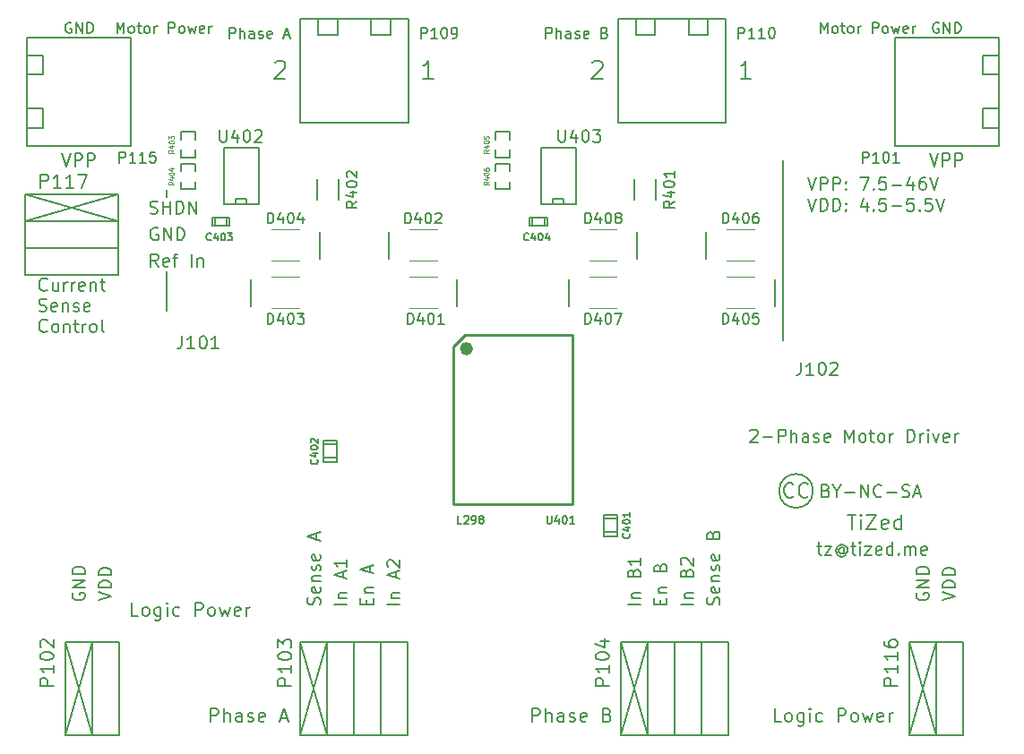
<source format=gto>
G04 #@! TF.FileFunction,Legend,Top*
%FSLAX46Y46*%
G04 Gerber Fmt 4.6, Leading zero omitted, Abs format (unit mm)*
G04 Created by KiCad (PCBNEW 4.0.6-e0-6349~53~ubuntu16.04.1) date Thu May 25 23:24:03 2017*
%MOMM*%
%LPD*%
G01*
G04 APERTURE LIST*
%ADD10C,0.100000*%
%ADD11C,0.160000*%
%ADD12C,0.200000*%
%ADD13C,0.150000*%
%ADD14C,0.127000*%
%ADD15C,0.254000*%
%ADD16C,0.114300*%
%ADD17C,0.149860*%
%ADD18C,0.152400*%
%ADD19C,0.203200*%
G04 APERTURE END LIST*
D10*
D11*
X123742858Y-110992857D02*
X124200001Y-110992857D01*
X123914286Y-110592857D02*
X123914286Y-111621429D01*
X123971429Y-111735714D01*
X124085715Y-111792857D01*
X124200001Y-111792857D01*
X124485715Y-110992857D02*
X125114286Y-110992857D01*
X124485715Y-111792857D01*
X125114286Y-111792857D01*
X126314286Y-111221429D02*
X126257144Y-111164286D01*
X126142858Y-111107143D01*
X126028572Y-111107143D01*
X125914286Y-111164286D01*
X125857144Y-111221429D01*
X125800001Y-111335714D01*
X125800001Y-111450000D01*
X125857144Y-111564286D01*
X125914286Y-111621429D01*
X126028572Y-111678571D01*
X126142858Y-111678571D01*
X126257144Y-111621429D01*
X126314286Y-111564286D01*
X126314286Y-111107143D02*
X126314286Y-111564286D01*
X126371429Y-111621429D01*
X126428572Y-111621429D01*
X126542858Y-111564286D01*
X126600001Y-111450000D01*
X126600001Y-111164286D01*
X126485715Y-110992857D01*
X126314286Y-110878571D01*
X126085715Y-110821429D01*
X125857144Y-110878571D01*
X125685715Y-110992857D01*
X125571429Y-111164286D01*
X125514286Y-111392857D01*
X125571429Y-111621429D01*
X125685715Y-111792857D01*
X125857144Y-111907143D01*
X126085715Y-111964286D01*
X126314286Y-111907143D01*
X126485715Y-111792857D01*
X126942858Y-110992857D02*
X127400001Y-110992857D01*
X127114286Y-110592857D02*
X127114286Y-111621429D01*
X127171429Y-111735714D01*
X127285715Y-111792857D01*
X127400001Y-111792857D01*
X127800000Y-111792857D02*
X127800000Y-110992857D01*
X127800000Y-110592857D02*
X127742857Y-110650000D01*
X127800000Y-110707143D01*
X127857143Y-110650000D01*
X127800000Y-110592857D01*
X127800000Y-110707143D01*
X128257144Y-110992857D02*
X128885715Y-110992857D01*
X128257144Y-111792857D01*
X128885715Y-111792857D01*
X129800001Y-111735714D02*
X129685715Y-111792857D01*
X129457144Y-111792857D01*
X129342858Y-111735714D01*
X129285715Y-111621429D01*
X129285715Y-111164286D01*
X129342858Y-111050000D01*
X129457144Y-110992857D01*
X129685715Y-110992857D01*
X129800001Y-111050000D01*
X129857144Y-111164286D01*
X129857144Y-111278571D01*
X129285715Y-111392857D01*
X130885715Y-111792857D02*
X130885715Y-110592857D01*
X130885715Y-111735714D02*
X130771429Y-111792857D01*
X130542858Y-111792857D01*
X130428572Y-111735714D01*
X130371429Y-111678571D01*
X130314286Y-111564286D01*
X130314286Y-111221429D01*
X130371429Y-111107143D01*
X130428572Y-111050000D01*
X130542858Y-110992857D01*
X130771429Y-110992857D01*
X130885715Y-111050000D01*
X131457143Y-111678571D02*
X131514286Y-111735714D01*
X131457143Y-111792857D01*
X131400000Y-111735714D01*
X131457143Y-111678571D01*
X131457143Y-111792857D01*
X132028572Y-111792857D02*
X132028572Y-110992857D01*
X132028572Y-111107143D02*
X132085715Y-111050000D01*
X132200001Y-110992857D01*
X132371429Y-110992857D01*
X132485715Y-111050000D01*
X132542858Y-111164286D01*
X132542858Y-111792857D01*
X132542858Y-111164286D02*
X132600001Y-111050000D01*
X132714287Y-110992857D01*
X132885715Y-110992857D01*
X133000001Y-111050000D01*
X133057144Y-111164286D01*
X133057144Y-111792857D01*
X134085715Y-111735714D02*
X133971429Y-111792857D01*
X133742858Y-111792857D01*
X133628572Y-111735714D01*
X133571429Y-111621429D01*
X133571429Y-111164286D01*
X133628572Y-111050000D01*
X133742858Y-110992857D01*
X133971429Y-110992857D01*
X134085715Y-111050000D01*
X134142858Y-111164286D01*
X134142858Y-111278571D01*
X133571429Y-111392857D01*
D12*
X117428572Y-100057143D02*
X117485715Y-100000000D01*
X117600001Y-99942857D01*
X117885715Y-99942857D01*
X118000001Y-100000000D01*
X118057144Y-100057143D01*
X118114287Y-100171429D01*
X118114287Y-100285714D01*
X118057144Y-100457143D01*
X117371430Y-101142857D01*
X118114287Y-101142857D01*
X118628572Y-100685714D02*
X119542858Y-100685714D01*
X120114286Y-101142857D02*
X120114286Y-99942857D01*
X120571429Y-99942857D01*
X120685715Y-100000000D01*
X120742858Y-100057143D01*
X120800001Y-100171429D01*
X120800001Y-100342857D01*
X120742858Y-100457143D01*
X120685715Y-100514286D01*
X120571429Y-100571429D01*
X120114286Y-100571429D01*
X121314286Y-101142857D02*
X121314286Y-99942857D01*
X121828572Y-101142857D02*
X121828572Y-100514286D01*
X121771429Y-100400000D01*
X121657143Y-100342857D01*
X121485715Y-100342857D01*
X121371429Y-100400000D01*
X121314286Y-100457143D01*
X122914286Y-101142857D02*
X122914286Y-100514286D01*
X122857143Y-100400000D01*
X122742857Y-100342857D01*
X122514286Y-100342857D01*
X122400000Y-100400000D01*
X122914286Y-101085714D02*
X122800000Y-101142857D01*
X122514286Y-101142857D01*
X122400000Y-101085714D01*
X122342857Y-100971429D01*
X122342857Y-100857143D01*
X122400000Y-100742857D01*
X122514286Y-100685714D01*
X122800000Y-100685714D01*
X122914286Y-100628571D01*
X123428571Y-101085714D02*
X123542857Y-101142857D01*
X123771429Y-101142857D01*
X123885714Y-101085714D01*
X123942857Y-100971429D01*
X123942857Y-100914286D01*
X123885714Y-100800000D01*
X123771429Y-100742857D01*
X123600000Y-100742857D01*
X123485714Y-100685714D01*
X123428571Y-100571429D01*
X123428571Y-100514286D01*
X123485714Y-100400000D01*
X123600000Y-100342857D01*
X123771429Y-100342857D01*
X123885714Y-100400000D01*
X124914286Y-101085714D02*
X124800000Y-101142857D01*
X124571429Y-101142857D01*
X124457143Y-101085714D01*
X124400000Y-100971429D01*
X124400000Y-100514286D01*
X124457143Y-100400000D01*
X124571429Y-100342857D01*
X124800000Y-100342857D01*
X124914286Y-100400000D01*
X124971429Y-100514286D01*
X124971429Y-100628571D01*
X124400000Y-100742857D01*
X126400000Y-101142857D02*
X126400000Y-99942857D01*
X126800000Y-100800000D01*
X127200000Y-99942857D01*
X127200000Y-101142857D01*
X127942858Y-101142857D02*
X127828572Y-101085714D01*
X127771429Y-101028571D01*
X127714286Y-100914286D01*
X127714286Y-100571429D01*
X127771429Y-100457143D01*
X127828572Y-100400000D01*
X127942858Y-100342857D01*
X128114286Y-100342857D01*
X128228572Y-100400000D01*
X128285715Y-100457143D01*
X128342858Y-100571429D01*
X128342858Y-100914286D01*
X128285715Y-101028571D01*
X128228572Y-101085714D01*
X128114286Y-101142857D01*
X127942858Y-101142857D01*
X128685715Y-100342857D02*
X129142858Y-100342857D01*
X128857143Y-99942857D02*
X128857143Y-100971429D01*
X128914286Y-101085714D01*
X129028572Y-101142857D01*
X129142858Y-101142857D01*
X129714286Y-101142857D02*
X129600000Y-101085714D01*
X129542857Y-101028571D01*
X129485714Y-100914286D01*
X129485714Y-100571429D01*
X129542857Y-100457143D01*
X129600000Y-100400000D01*
X129714286Y-100342857D01*
X129885714Y-100342857D01*
X130000000Y-100400000D01*
X130057143Y-100457143D01*
X130114286Y-100571429D01*
X130114286Y-100914286D01*
X130057143Y-101028571D01*
X130000000Y-101085714D01*
X129885714Y-101142857D01*
X129714286Y-101142857D01*
X130628571Y-101142857D02*
X130628571Y-100342857D01*
X130628571Y-100571429D02*
X130685714Y-100457143D01*
X130742857Y-100400000D01*
X130857143Y-100342857D01*
X130971428Y-100342857D01*
X132285714Y-101142857D02*
X132285714Y-99942857D01*
X132571429Y-99942857D01*
X132742857Y-100000000D01*
X132857143Y-100114286D01*
X132914286Y-100228571D01*
X132971429Y-100457143D01*
X132971429Y-100628571D01*
X132914286Y-100857143D01*
X132857143Y-100971429D01*
X132742857Y-101085714D01*
X132571429Y-101142857D01*
X132285714Y-101142857D01*
X133485714Y-101142857D02*
X133485714Y-100342857D01*
X133485714Y-100571429D02*
X133542857Y-100457143D01*
X133600000Y-100400000D01*
X133714286Y-100342857D01*
X133828571Y-100342857D01*
X134228571Y-101142857D02*
X134228571Y-100342857D01*
X134228571Y-99942857D02*
X134171428Y-100000000D01*
X134228571Y-100057143D01*
X134285714Y-100000000D01*
X134228571Y-99942857D01*
X134228571Y-100057143D01*
X134685715Y-100342857D02*
X134971429Y-101142857D01*
X135257143Y-100342857D01*
X136171429Y-101085714D02*
X136057143Y-101142857D01*
X135828572Y-101142857D01*
X135714286Y-101085714D01*
X135657143Y-100971429D01*
X135657143Y-100514286D01*
X135714286Y-100400000D01*
X135828572Y-100342857D01*
X136057143Y-100342857D01*
X136171429Y-100400000D01*
X136228572Y-100514286D01*
X136228572Y-100628571D01*
X135657143Y-100742857D01*
X136742857Y-101142857D02*
X136742857Y-100342857D01*
X136742857Y-100571429D02*
X136800000Y-100457143D01*
X136857143Y-100400000D01*
X136971429Y-100342857D01*
X137085714Y-100342857D01*
X126616666Y-107983333D02*
X127416666Y-107983333D01*
X127016666Y-109383333D02*
X127016666Y-107983333D01*
X127883333Y-109383333D02*
X127883333Y-108450000D01*
X127883333Y-107983333D02*
X127816667Y-108050000D01*
X127883333Y-108116667D01*
X127950000Y-108050000D01*
X127883333Y-107983333D01*
X127883333Y-108116667D01*
X128416667Y-107983333D02*
X129350000Y-107983333D01*
X128416667Y-109383333D01*
X129350000Y-109383333D01*
X130416667Y-109316667D02*
X130283333Y-109383333D01*
X130016667Y-109383333D01*
X129883333Y-109316667D01*
X129816667Y-109183333D01*
X129816667Y-108650000D01*
X129883333Y-108516667D01*
X130016667Y-108450000D01*
X130283333Y-108450000D01*
X130416667Y-108516667D01*
X130483333Y-108650000D01*
X130483333Y-108783333D01*
X129816667Y-108916667D01*
X131683333Y-109383333D02*
X131683333Y-107983333D01*
X131683333Y-109316667D02*
X131550000Y-109383333D01*
X131283333Y-109383333D01*
X131150000Y-109316667D01*
X131083333Y-109250000D01*
X131016667Y-109116667D01*
X131016667Y-108716667D01*
X131083333Y-108583333D01*
X131150000Y-108516667D01*
X131283333Y-108450000D01*
X131550000Y-108450000D01*
X131683333Y-108516667D01*
X124571429Y-105714286D02*
X124742858Y-105771429D01*
X124800001Y-105828571D01*
X124857144Y-105942857D01*
X124857144Y-106114286D01*
X124800001Y-106228571D01*
X124742858Y-106285714D01*
X124628572Y-106342857D01*
X124171429Y-106342857D01*
X124171429Y-105142857D01*
X124571429Y-105142857D01*
X124685715Y-105200000D01*
X124742858Y-105257143D01*
X124800001Y-105371429D01*
X124800001Y-105485714D01*
X124742858Y-105600000D01*
X124685715Y-105657143D01*
X124571429Y-105714286D01*
X124171429Y-105714286D01*
X125600001Y-105771429D02*
X125600001Y-106342857D01*
X125200001Y-105142857D02*
X125600001Y-105771429D01*
X126000001Y-105142857D01*
X126400000Y-105885714D02*
X127314286Y-105885714D01*
X127885714Y-106342857D02*
X127885714Y-105142857D01*
X128571429Y-106342857D01*
X128571429Y-105142857D01*
X129828572Y-106228571D02*
X129771429Y-106285714D01*
X129600000Y-106342857D01*
X129485714Y-106342857D01*
X129314286Y-106285714D01*
X129200000Y-106171429D01*
X129142857Y-106057143D01*
X129085714Y-105828571D01*
X129085714Y-105657143D01*
X129142857Y-105428571D01*
X129200000Y-105314286D01*
X129314286Y-105200000D01*
X129485714Y-105142857D01*
X129600000Y-105142857D01*
X129771429Y-105200000D01*
X129828572Y-105257143D01*
X130342857Y-105885714D02*
X131257143Y-105885714D01*
X131771428Y-106285714D02*
X131942857Y-106342857D01*
X132228571Y-106342857D01*
X132342857Y-106285714D01*
X132400000Y-106228571D01*
X132457143Y-106114286D01*
X132457143Y-106000000D01*
X132400000Y-105885714D01*
X132342857Y-105828571D01*
X132228571Y-105771429D01*
X132000000Y-105714286D01*
X131885714Y-105657143D01*
X131828571Y-105600000D01*
X131771428Y-105485714D01*
X131771428Y-105371429D01*
X131828571Y-105257143D01*
X131885714Y-105200000D01*
X132000000Y-105142857D01*
X132285714Y-105142857D01*
X132457143Y-105200000D01*
X132914285Y-106000000D02*
X133485714Y-106000000D01*
X132800000Y-106342857D02*
X133200000Y-105142857D01*
X133600000Y-106342857D01*
X123350781Y-105750000D02*
G75*
G03X123350781Y-105750000I-1600781J0D01*
G01*
X121483333Y-106250000D02*
X121416667Y-106316667D01*
X121216667Y-106383333D01*
X121083333Y-106383333D01*
X120883333Y-106316667D01*
X120750000Y-106183333D01*
X120683333Y-106050000D01*
X120616667Y-105783333D01*
X120616667Y-105583333D01*
X120683333Y-105316667D01*
X120750000Y-105183333D01*
X120883333Y-105050000D01*
X121083333Y-104983333D01*
X121216667Y-104983333D01*
X121416667Y-105050000D01*
X121483333Y-105116667D01*
X122883333Y-106250000D02*
X122816667Y-106316667D01*
X122616667Y-106383333D01*
X122483333Y-106383333D01*
X122283333Y-106316667D01*
X122150000Y-106183333D01*
X122083333Y-106050000D01*
X122016667Y-105783333D01*
X122016667Y-105583333D01*
X122083333Y-105316667D01*
X122150000Y-105183333D01*
X122283333Y-105050000D01*
X122483333Y-104983333D01*
X122616667Y-104983333D01*
X122816667Y-105050000D01*
X122883333Y-105116667D01*
X122864286Y-76092857D02*
X123264286Y-77292857D01*
X123664286Y-76092857D01*
X124064285Y-77292857D02*
X124064285Y-76092857D01*
X124521428Y-76092857D01*
X124635714Y-76150000D01*
X124692857Y-76207143D01*
X124750000Y-76321429D01*
X124750000Y-76492857D01*
X124692857Y-76607143D01*
X124635714Y-76664286D01*
X124521428Y-76721429D01*
X124064285Y-76721429D01*
X125264285Y-77292857D02*
X125264285Y-76092857D01*
X125721428Y-76092857D01*
X125835714Y-76150000D01*
X125892857Y-76207143D01*
X125950000Y-76321429D01*
X125950000Y-76492857D01*
X125892857Y-76607143D01*
X125835714Y-76664286D01*
X125721428Y-76721429D01*
X125264285Y-76721429D01*
X126464285Y-77178571D02*
X126521428Y-77235714D01*
X126464285Y-77292857D01*
X126407142Y-77235714D01*
X126464285Y-77178571D01*
X126464285Y-77292857D01*
X126464285Y-76550000D02*
X126521428Y-76607143D01*
X126464285Y-76664286D01*
X126407142Y-76607143D01*
X126464285Y-76550000D01*
X126464285Y-76664286D01*
X127835715Y-76092857D02*
X128635715Y-76092857D01*
X128121429Y-77292857D01*
X129092857Y-77178571D02*
X129150000Y-77235714D01*
X129092857Y-77292857D01*
X129035714Y-77235714D01*
X129092857Y-77178571D01*
X129092857Y-77292857D01*
X130235715Y-76092857D02*
X129664286Y-76092857D01*
X129607143Y-76664286D01*
X129664286Y-76607143D01*
X129778572Y-76550000D01*
X130064286Y-76550000D01*
X130178572Y-76607143D01*
X130235715Y-76664286D01*
X130292858Y-76778571D01*
X130292858Y-77064286D01*
X130235715Y-77178571D01*
X130178572Y-77235714D01*
X130064286Y-77292857D01*
X129778572Y-77292857D01*
X129664286Y-77235714D01*
X129607143Y-77178571D01*
X130807143Y-76835714D02*
X131721429Y-76835714D01*
X132807143Y-76492857D02*
X132807143Y-77292857D01*
X132521429Y-76035714D02*
X132235714Y-76892857D01*
X132978572Y-76892857D01*
X133950000Y-76092857D02*
X133721429Y-76092857D01*
X133607143Y-76150000D01*
X133550000Y-76207143D01*
X133435714Y-76378571D01*
X133378571Y-76607143D01*
X133378571Y-77064286D01*
X133435714Y-77178571D01*
X133492857Y-77235714D01*
X133607143Y-77292857D01*
X133835714Y-77292857D01*
X133950000Y-77235714D01*
X134007143Y-77178571D01*
X134064286Y-77064286D01*
X134064286Y-76778571D01*
X134007143Y-76664286D01*
X133950000Y-76607143D01*
X133835714Y-76550000D01*
X133607143Y-76550000D01*
X133492857Y-76607143D01*
X133435714Y-76664286D01*
X133378571Y-76778571D01*
X134407143Y-76092857D02*
X134807143Y-77292857D01*
X135207143Y-76092857D01*
X122864286Y-78092857D02*
X123264286Y-79292857D01*
X123664286Y-78092857D01*
X124064285Y-79292857D02*
X124064285Y-78092857D01*
X124350000Y-78092857D01*
X124521428Y-78150000D01*
X124635714Y-78264286D01*
X124692857Y-78378571D01*
X124750000Y-78607143D01*
X124750000Y-78778571D01*
X124692857Y-79007143D01*
X124635714Y-79121429D01*
X124521428Y-79235714D01*
X124350000Y-79292857D01*
X124064285Y-79292857D01*
X125264285Y-79292857D02*
X125264285Y-78092857D01*
X125550000Y-78092857D01*
X125721428Y-78150000D01*
X125835714Y-78264286D01*
X125892857Y-78378571D01*
X125950000Y-78607143D01*
X125950000Y-78778571D01*
X125892857Y-79007143D01*
X125835714Y-79121429D01*
X125721428Y-79235714D01*
X125550000Y-79292857D01*
X125264285Y-79292857D01*
X126464285Y-79178571D02*
X126521428Y-79235714D01*
X126464285Y-79292857D01*
X126407142Y-79235714D01*
X126464285Y-79178571D01*
X126464285Y-79292857D01*
X126464285Y-78550000D02*
X126521428Y-78607143D01*
X126464285Y-78664286D01*
X126407142Y-78607143D01*
X126464285Y-78550000D01*
X126464285Y-78664286D01*
X128464286Y-78492857D02*
X128464286Y-79292857D01*
X128178572Y-78035714D02*
X127892857Y-78892857D01*
X128635715Y-78892857D01*
X129092857Y-79178571D02*
X129150000Y-79235714D01*
X129092857Y-79292857D01*
X129035714Y-79235714D01*
X129092857Y-79178571D01*
X129092857Y-79292857D01*
X130235715Y-78092857D02*
X129664286Y-78092857D01*
X129607143Y-78664286D01*
X129664286Y-78607143D01*
X129778572Y-78550000D01*
X130064286Y-78550000D01*
X130178572Y-78607143D01*
X130235715Y-78664286D01*
X130292858Y-78778571D01*
X130292858Y-79064286D01*
X130235715Y-79178571D01*
X130178572Y-79235714D01*
X130064286Y-79292857D01*
X129778572Y-79292857D01*
X129664286Y-79235714D01*
X129607143Y-79178571D01*
X130807143Y-78835714D02*
X131721429Y-78835714D01*
X132864286Y-78092857D02*
X132292857Y-78092857D01*
X132235714Y-78664286D01*
X132292857Y-78607143D01*
X132407143Y-78550000D01*
X132692857Y-78550000D01*
X132807143Y-78607143D01*
X132864286Y-78664286D01*
X132921429Y-78778571D01*
X132921429Y-79064286D01*
X132864286Y-79178571D01*
X132807143Y-79235714D01*
X132692857Y-79292857D01*
X132407143Y-79292857D01*
X132292857Y-79235714D01*
X132235714Y-79178571D01*
X133435714Y-79178571D02*
X133492857Y-79235714D01*
X133435714Y-79292857D01*
X133378571Y-79235714D01*
X133435714Y-79178571D01*
X133435714Y-79292857D01*
X134578572Y-78092857D02*
X134007143Y-78092857D01*
X133950000Y-78664286D01*
X134007143Y-78607143D01*
X134121429Y-78550000D01*
X134407143Y-78550000D01*
X134521429Y-78607143D01*
X134578572Y-78664286D01*
X134635715Y-78778571D01*
X134635715Y-79064286D01*
X134578572Y-79178571D01*
X134521429Y-79235714D01*
X134407143Y-79292857D01*
X134121429Y-79292857D01*
X134007143Y-79235714D01*
X133950000Y-79178571D01*
X134978572Y-78092857D02*
X135378572Y-79292857D01*
X135778572Y-78092857D01*
X134400001Y-73842857D02*
X134800001Y-75042857D01*
X135200001Y-73842857D01*
X135600000Y-75042857D02*
X135600000Y-73842857D01*
X136057143Y-73842857D01*
X136171429Y-73900000D01*
X136228572Y-73957143D01*
X136285715Y-74071429D01*
X136285715Y-74242857D01*
X136228572Y-74357143D01*
X136171429Y-74414286D01*
X136057143Y-74471429D01*
X135600000Y-74471429D01*
X136800000Y-75042857D02*
X136800000Y-73842857D01*
X137257143Y-73842857D01*
X137371429Y-73900000D01*
X137428572Y-73957143D01*
X137485715Y-74071429D01*
X137485715Y-74242857D01*
X137428572Y-74357143D01*
X137371429Y-74414286D01*
X137257143Y-74471429D01*
X136800000Y-74471429D01*
X135238096Y-61500000D02*
X135142858Y-61452381D01*
X135000001Y-61452381D01*
X134857143Y-61500000D01*
X134761905Y-61595238D01*
X134714286Y-61690476D01*
X134666667Y-61880952D01*
X134666667Y-62023810D01*
X134714286Y-62214286D01*
X134761905Y-62309524D01*
X134857143Y-62404762D01*
X135000001Y-62452381D01*
X135095239Y-62452381D01*
X135238096Y-62404762D01*
X135285715Y-62357143D01*
X135285715Y-62023810D01*
X135095239Y-62023810D01*
X135714286Y-62452381D02*
X135714286Y-61452381D01*
X136285715Y-62452381D01*
X136285715Y-61452381D01*
X136761905Y-62452381D02*
X136761905Y-61452381D01*
X137000000Y-61452381D01*
X137142858Y-61500000D01*
X137238096Y-61595238D01*
X137285715Y-61690476D01*
X137333334Y-61880952D01*
X137333334Y-62023810D01*
X137285715Y-62214286D01*
X137238096Y-62309524D01*
X137142858Y-62404762D01*
X137000000Y-62452381D01*
X136761905Y-62452381D01*
X53238096Y-61500000D02*
X53142858Y-61452381D01*
X53000001Y-61452381D01*
X52857143Y-61500000D01*
X52761905Y-61595238D01*
X52714286Y-61690476D01*
X52666667Y-61880952D01*
X52666667Y-62023810D01*
X52714286Y-62214286D01*
X52761905Y-62309524D01*
X52857143Y-62404762D01*
X53000001Y-62452381D01*
X53095239Y-62452381D01*
X53238096Y-62404762D01*
X53285715Y-62357143D01*
X53285715Y-62023810D01*
X53095239Y-62023810D01*
X53714286Y-62452381D02*
X53714286Y-61452381D01*
X54285715Y-62452381D01*
X54285715Y-61452381D01*
X54761905Y-62452381D02*
X54761905Y-61452381D01*
X55000000Y-61452381D01*
X55142858Y-61500000D01*
X55238096Y-61595238D01*
X55285715Y-61690476D01*
X55333334Y-61880952D01*
X55333334Y-62023810D01*
X55285715Y-62214286D01*
X55238096Y-62309524D01*
X55142858Y-62404762D01*
X55000000Y-62452381D01*
X54761905Y-62452381D01*
X52400001Y-73842857D02*
X52800001Y-75042857D01*
X53200001Y-73842857D01*
X53600000Y-75042857D02*
X53600000Y-73842857D01*
X54057143Y-73842857D01*
X54171429Y-73900000D01*
X54228572Y-73957143D01*
X54285715Y-74071429D01*
X54285715Y-74242857D01*
X54228572Y-74357143D01*
X54171429Y-74414286D01*
X54057143Y-74471429D01*
X53600000Y-74471429D01*
X54800000Y-75042857D02*
X54800000Y-73842857D01*
X55257143Y-73842857D01*
X55371429Y-73900000D01*
X55428572Y-73957143D01*
X55485715Y-74071429D01*
X55485715Y-74242857D01*
X55428572Y-74357143D01*
X55371429Y-74414286D01*
X55257143Y-74471429D01*
X54800000Y-74471429D01*
D13*
X50971429Y-86728571D02*
X50914286Y-86785714D01*
X50742857Y-86842857D01*
X50628571Y-86842857D01*
X50457143Y-86785714D01*
X50342857Y-86671429D01*
X50285714Y-86557143D01*
X50228571Y-86328571D01*
X50228571Y-86157143D01*
X50285714Y-85928571D01*
X50342857Y-85814286D01*
X50457143Y-85700000D01*
X50628571Y-85642857D01*
X50742857Y-85642857D01*
X50914286Y-85700000D01*
X50971429Y-85757143D01*
X52000000Y-86042857D02*
X52000000Y-86842857D01*
X51485714Y-86042857D02*
X51485714Y-86671429D01*
X51542857Y-86785714D01*
X51657143Y-86842857D01*
X51828571Y-86842857D01*
X51942857Y-86785714D01*
X52000000Y-86728571D01*
X52571428Y-86842857D02*
X52571428Y-86042857D01*
X52571428Y-86271429D02*
X52628571Y-86157143D01*
X52685714Y-86100000D01*
X52800000Y-86042857D01*
X52914285Y-86042857D01*
X53314285Y-86842857D02*
X53314285Y-86042857D01*
X53314285Y-86271429D02*
X53371428Y-86157143D01*
X53428571Y-86100000D01*
X53542857Y-86042857D01*
X53657142Y-86042857D01*
X54514285Y-86785714D02*
X54399999Y-86842857D01*
X54171428Y-86842857D01*
X54057142Y-86785714D01*
X53999999Y-86671429D01*
X53999999Y-86214286D01*
X54057142Y-86100000D01*
X54171428Y-86042857D01*
X54399999Y-86042857D01*
X54514285Y-86100000D01*
X54571428Y-86214286D01*
X54571428Y-86328571D01*
X53999999Y-86442857D01*
X55085713Y-86042857D02*
X55085713Y-86842857D01*
X55085713Y-86157143D02*
X55142856Y-86100000D01*
X55257142Y-86042857D01*
X55428570Y-86042857D01*
X55542856Y-86100000D01*
X55599999Y-86214286D01*
X55599999Y-86842857D01*
X55999999Y-86042857D02*
X56457142Y-86042857D01*
X56171427Y-85642857D02*
X56171427Y-86671429D01*
X56228570Y-86785714D01*
X56342856Y-86842857D01*
X56457142Y-86842857D01*
X50228571Y-88735714D02*
X50400000Y-88792857D01*
X50685714Y-88792857D01*
X50800000Y-88735714D01*
X50857143Y-88678571D01*
X50914286Y-88564286D01*
X50914286Y-88450000D01*
X50857143Y-88335714D01*
X50800000Y-88278571D01*
X50685714Y-88221429D01*
X50457143Y-88164286D01*
X50342857Y-88107143D01*
X50285714Y-88050000D01*
X50228571Y-87935714D01*
X50228571Y-87821429D01*
X50285714Y-87707143D01*
X50342857Y-87650000D01*
X50457143Y-87592857D01*
X50742857Y-87592857D01*
X50914286Y-87650000D01*
X51885714Y-88735714D02*
X51771428Y-88792857D01*
X51542857Y-88792857D01*
X51428571Y-88735714D01*
X51371428Y-88621429D01*
X51371428Y-88164286D01*
X51428571Y-88050000D01*
X51542857Y-87992857D01*
X51771428Y-87992857D01*
X51885714Y-88050000D01*
X51942857Y-88164286D01*
X51942857Y-88278571D01*
X51371428Y-88392857D01*
X52457142Y-87992857D02*
X52457142Y-88792857D01*
X52457142Y-88107143D02*
X52514285Y-88050000D01*
X52628571Y-87992857D01*
X52799999Y-87992857D01*
X52914285Y-88050000D01*
X52971428Y-88164286D01*
X52971428Y-88792857D01*
X53485713Y-88735714D02*
X53599999Y-88792857D01*
X53828571Y-88792857D01*
X53942856Y-88735714D01*
X53999999Y-88621429D01*
X53999999Y-88564286D01*
X53942856Y-88450000D01*
X53828571Y-88392857D01*
X53657142Y-88392857D01*
X53542856Y-88335714D01*
X53485713Y-88221429D01*
X53485713Y-88164286D01*
X53542856Y-88050000D01*
X53657142Y-87992857D01*
X53828571Y-87992857D01*
X53942856Y-88050000D01*
X54971428Y-88735714D02*
X54857142Y-88792857D01*
X54628571Y-88792857D01*
X54514285Y-88735714D01*
X54457142Y-88621429D01*
X54457142Y-88164286D01*
X54514285Y-88050000D01*
X54628571Y-87992857D01*
X54857142Y-87992857D01*
X54971428Y-88050000D01*
X55028571Y-88164286D01*
X55028571Y-88278571D01*
X54457142Y-88392857D01*
X50971429Y-90628571D02*
X50914286Y-90685714D01*
X50742857Y-90742857D01*
X50628571Y-90742857D01*
X50457143Y-90685714D01*
X50342857Y-90571429D01*
X50285714Y-90457143D01*
X50228571Y-90228571D01*
X50228571Y-90057143D01*
X50285714Y-89828571D01*
X50342857Y-89714286D01*
X50457143Y-89600000D01*
X50628571Y-89542857D01*
X50742857Y-89542857D01*
X50914286Y-89600000D01*
X50971429Y-89657143D01*
X51657143Y-90742857D02*
X51542857Y-90685714D01*
X51485714Y-90628571D01*
X51428571Y-90514286D01*
X51428571Y-90171429D01*
X51485714Y-90057143D01*
X51542857Y-90000000D01*
X51657143Y-89942857D01*
X51828571Y-89942857D01*
X51942857Y-90000000D01*
X52000000Y-90057143D01*
X52057143Y-90171429D01*
X52057143Y-90514286D01*
X52000000Y-90628571D01*
X51942857Y-90685714D01*
X51828571Y-90742857D01*
X51657143Y-90742857D01*
X52571428Y-89942857D02*
X52571428Y-90742857D01*
X52571428Y-90057143D02*
X52628571Y-90000000D01*
X52742857Y-89942857D01*
X52914285Y-89942857D01*
X53028571Y-90000000D01*
X53085714Y-90114286D01*
X53085714Y-90742857D01*
X53485714Y-89942857D02*
X53942857Y-89942857D01*
X53657142Y-89542857D02*
X53657142Y-90571429D01*
X53714285Y-90685714D01*
X53828571Y-90742857D01*
X53942857Y-90742857D01*
X54342856Y-90742857D02*
X54342856Y-89942857D01*
X54342856Y-90171429D02*
X54399999Y-90057143D01*
X54457142Y-90000000D01*
X54571428Y-89942857D01*
X54685713Y-89942857D01*
X55257142Y-90742857D02*
X55142856Y-90685714D01*
X55085713Y-90628571D01*
X55028570Y-90514286D01*
X55028570Y-90171429D01*
X55085713Y-90057143D01*
X55142856Y-90000000D01*
X55257142Y-89942857D01*
X55428570Y-89942857D01*
X55542856Y-90000000D01*
X55599999Y-90057143D01*
X55657142Y-90171429D01*
X55657142Y-90514286D01*
X55599999Y-90628571D01*
X55542856Y-90685714D01*
X55428570Y-90742857D01*
X55257142Y-90742857D01*
X56342856Y-90742857D02*
X56228570Y-90685714D01*
X56171427Y-90571429D01*
X56171427Y-89542857D01*
D12*
X61414286Y-80900000D02*
X61300000Y-80842857D01*
X61128571Y-80842857D01*
X60957143Y-80900000D01*
X60842857Y-81014286D01*
X60785714Y-81128571D01*
X60728571Y-81357143D01*
X60728571Y-81528571D01*
X60785714Y-81757143D01*
X60842857Y-81871429D01*
X60957143Y-81985714D01*
X61128571Y-82042857D01*
X61242857Y-82042857D01*
X61414286Y-81985714D01*
X61471429Y-81928571D01*
X61471429Y-81528571D01*
X61242857Y-81528571D01*
X61985714Y-82042857D02*
X61985714Y-80842857D01*
X62671429Y-82042857D01*
X62671429Y-80842857D01*
X63242857Y-82042857D02*
X63242857Y-80842857D01*
X63528572Y-80842857D01*
X63700000Y-80900000D01*
X63814286Y-81014286D01*
X63871429Y-81128571D01*
X63928572Y-81357143D01*
X63928572Y-81528571D01*
X63871429Y-81757143D01*
X63814286Y-81871429D01*
X63700000Y-81985714D01*
X63528572Y-82042857D01*
X63242857Y-82042857D01*
X62250000Y-78000000D02*
X62250000Y-77250000D01*
X62250000Y-88750000D02*
X62250000Y-85000000D01*
X60728571Y-79485714D02*
X60900000Y-79542857D01*
X61185714Y-79542857D01*
X61300000Y-79485714D01*
X61357143Y-79428571D01*
X61414286Y-79314286D01*
X61414286Y-79200000D01*
X61357143Y-79085714D01*
X61300000Y-79028571D01*
X61185714Y-78971429D01*
X60957143Y-78914286D01*
X60842857Y-78857143D01*
X60785714Y-78800000D01*
X60728571Y-78685714D01*
X60728571Y-78571429D01*
X60785714Y-78457143D01*
X60842857Y-78400000D01*
X60957143Y-78342857D01*
X61242857Y-78342857D01*
X61414286Y-78400000D01*
X61928571Y-79542857D02*
X61928571Y-78342857D01*
X61928571Y-78914286D02*
X62614286Y-78914286D01*
X62614286Y-79542857D02*
X62614286Y-78342857D01*
X63185714Y-79542857D02*
X63185714Y-78342857D01*
X63471429Y-78342857D01*
X63642857Y-78400000D01*
X63757143Y-78514286D01*
X63814286Y-78628571D01*
X63871429Y-78857143D01*
X63871429Y-79028571D01*
X63814286Y-79257143D01*
X63757143Y-79371429D01*
X63642857Y-79485714D01*
X63471429Y-79542857D01*
X63185714Y-79542857D01*
X64385714Y-79542857D02*
X64385714Y-78342857D01*
X65071429Y-79542857D01*
X65071429Y-78342857D01*
X61471429Y-84542857D02*
X61071429Y-83971429D01*
X60785714Y-84542857D02*
X60785714Y-83342857D01*
X61242857Y-83342857D01*
X61357143Y-83400000D01*
X61414286Y-83457143D01*
X61471429Y-83571429D01*
X61471429Y-83742857D01*
X61414286Y-83857143D01*
X61357143Y-83914286D01*
X61242857Y-83971429D01*
X60785714Y-83971429D01*
X62442857Y-84485714D02*
X62328571Y-84542857D01*
X62100000Y-84542857D01*
X61985714Y-84485714D01*
X61928571Y-84371429D01*
X61928571Y-83914286D01*
X61985714Y-83800000D01*
X62100000Y-83742857D01*
X62328571Y-83742857D01*
X62442857Y-83800000D01*
X62500000Y-83914286D01*
X62500000Y-84028571D01*
X61928571Y-84142857D01*
X62842857Y-83742857D02*
X63300000Y-83742857D01*
X63014285Y-84542857D02*
X63014285Y-83514286D01*
X63071428Y-83400000D01*
X63185714Y-83342857D01*
X63300000Y-83342857D01*
X64614285Y-84542857D02*
X64614285Y-83342857D01*
X65185714Y-83742857D02*
X65185714Y-84542857D01*
X65185714Y-83857143D02*
X65242857Y-83800000D01*
X65357143Y-83742857D01*
X65528571Y-83742857D01*
X65642857Y-83800000D01*
X65700000Y-83914286D01*
X65700000Y-84542857D01*
X135592857Y-116099999D02*
X136792857Y-115699999D01*
X135592857Y-115299999D01*
X136792857Y-114900000D02*
X135592857Y-114900000D01*
X135592857Y-114614285D01*
X135650000Y-114442857D01*
X135764286Y-114328571D01*
X135878571Y-114271428D01*
X136107143Y-114214285D01*
X136278571Y-114214285D01*
X136507143Y-114271428D01*
X136621429Y-114328571D01*
X136735714Y-114442857D01*
X136792857Y-114614285D01*
X136792857Y-114900000D01*
X136792857Y-113700000D02*
X135592857Y-113700000D01*
X135592857Y-113414285D01*
X135650000Y-113242857D01*
X135764286Y-113128571D01*
X135878571Y-113071428D01*
X136107143Y-113014285D01*
X136278571Y-113014285D01*
X136507143Y-113071428D01*
X136621429Y-113128571D01*
X136735714Y-113242857D01*
X136792857Y-113414285D01*
X136792857Y-113700000D01*
X133150000Y-115414285D02*
X133092857Y-115528571D01*
X133092857Y-115700000D01*
X133150000Y-115871428D01*
X133264286Y-115985714D01*
X133378571Y-116042857D01*
X133607143Y-116100000D01*
X133778571Y-116100000D01*
X134007143Y-116042857D01*
X134121429Y-115985714D01*
X134235714Y-115871428D01*
X134292857Y-115700000D01*
X134292857Y-115585714D01*
X134235714Y-115414285D01*
X134178571Y-115357142D01*
X133778571Y-115357142D01*
X133778571Y-115585714D01*
X134292857Y-114842857D02*
X133092857Y-114842857D01*
X134292857Y-114157142D01*
X133092857Y-114157142D01*
X134292857Y-113585714D02*
X133092857Y-113585714D01*
X133092857Y-113299999D01*
X133150000Y-113128571D01*
X133264286Y-113014285D01*
X133378571Y-112957142D01*
X133607143Y-112899999D01*
X133778571Y-112899999D01*
X134007143Y-112957142D01*
X134121429Y-113014285D01*
X134235714Y-113128571D01*
X134292857Y-113299999D01*
X134292857Y-113585714D01*
X117485714Y-66769048D02*
X116514286Y-66769048D01*
X117000000Y-66769048D02*
X117000000Y-65069048D01*
X116838095Y-65311905D01*
X116676190Y-65473810D01*
X116514286Y-65554762D01*
X102514286Y-65230952D02*
X102595238Y-65150000D01*
X102757143Y-65069048D01*
X103161905Y-65069048D01*
X103323809Y-65150000D01*
X103404762Y-65230952D01*
X103485714Y-65392857D01*
X103485714Y-65554762D01*
X103404762Y-65797619D01*
X102433333Y-66769048D01*
X103485714Y-66769048D01*
X72514286Y-65230952D02*
X72595238Y-65150000D01*
X72757143Y-65069048D01*
X73161905Y-65069048D01*
X73323809Y-65150000D01*
X73404762Y-65230952D01*
X73485714Y-65392857D01*
X73485714Y-65554762D01*
X73404762Y-65797619D01*
X72433333Y-66769048D01*
X73485714Y-66769048D01*
X87485714Y-66769048D02*
X86514286Y-66769048D01*
X87000000Y-66769048D02*
X87000000Y-65069048D01*
X86838095Y-65311905D01*
X86676190Y-65473810D01*
X86514286Y-65554762D01*
X84292857Y-116464286D02*
X83092857Y-116464286D01*
X83492857Y-115892857D02*
X84292857Y-115892857D01*
X83607143Y-115892857D02*
X83550000Y-115835714D01*
X83492857Y-115721428D01*
X83492857Y-115550000D01*
X83550000Y-115435714D01*
X83664286Y-115378571D01*
X84292857Y-115378571D01*
X83950000Y-113950000D02*
X83950000Y-113378571D01*
X84292857Y-114064285D02*
X83092857Y-113664285D01*
X84292857Y-113264285D01*
X83207143Y-112921429D02*
X83150000Y-112864286D01*
X83092857Y-112750000D01*
X83092857Y-112464286D01*
X83150000Y-112350000D01*
X83207143Y-112292857D01*
X83321429Y-112235714D01*
X83435714Y-112235714D01*
X83607143Y-112292857D01*
X84292857Y-112978571D01*
X84292857Y-112235714D01*
X81164286Y-116464286D02*
X81164286Y-116064286D01*
X81792857Y-115892857D02*
X81792857Y-116464286D01*
X80592857Y-116464286D01*
X80592857Y-115892857D01*
X80992857Y-115378572D02*
X81792857Y-115378572D01*
X81107143Y-115378572D02*
X81050000Y-115321429D01*
X80992857Y-115207143D01*
X80992857Y-115035715D01*
X81050000Y-114921429D01*
X81164286Y-114864286D01*
X81792857Y-114864286D01*
X81450000Y-113435715D02*
X81450000Y-112864286D01*
X81792857Y-113550000D02*
X80592857Y-113150000D01*
X81792857Y-112750000D01*
X79292857Y-116464286D02*
X78092857Y-116464286D01*
X78492857Y-115892857D02*
X79292857Y-115892857D01*
X78607143Y-115892857D02*
X78550000Y-115835714D01*
X78492857Y-115721428D01*
X78492857Y-115550000D01*
X78550000Y-115435714D01*
X78664286Y-115378571D01*
X79292857Y-115378571D01*
X78950000Y-113950000D02*
X78950000Y-113378571D01*
X79292857Y-114064285D02*
X78092857Y-113664285D01*
X79292857Y-113264285D01*
X79292857Y-112235714D02*
X79292857Y-112921429D01*
X79292857Y-112578571D02*
X78092857Y-112578571D01*
X78264286Y-112692857D01*
X78378571Y-112807143D01*
X78435714Y-112921429D01*
X76735714Y-116521429D02*
X76792857Y-116350000D01*
X76792857Y-116064286D01*
X76735714Y-115950000D01*
X76678571Y-115892857D01*
X76564286Y-115835714D01*
X76450000Y-115835714D01*
X76335714Y-115892857D01*
X76278571Y-115950000D01*
X76221429Y-116064286D01*
X76164286Y-116292857D01*
X76107143Y-116407143D01*
X76050000Y-116464286D01*
X75935714Y-116521429D01*
X75821429Y-116521429D01*
X75707143Y-116464286D01*
X75650000Y-116407143D01*
X75592857Y-116292857D01*
X75592857Y-116007143D01*
X75650000Y-115835714D01*
X76735714Y-114864286D02*
X76792857Y-114978572D01*
X76792857Y-115207143D01*
X76735714Y-115321429D01*
X76621429Y-115378572D01*
X76164286Y-115378572D01*
X76050000Y-115321429D01*
X75992857Y-115207143D01*
X75992857Y-114978572D01*
X76050000Y-114864286D01*
X76164286Y-114807143D01*
X76278571Y-114807143D01*
X76392857Y-115378572D01*
X75992857Y-114292858D02*
X76792857Y-114292858D01*
X76107143Y-114292858D02*
X76050000Y-114235715D01*
X75992857Y-114121429D01*
X75992857Y-113950001D01*
X76050000Y-113835715D01*
X76164286Y-113778572D01*
X76792857Y-113778572D01*
X76735714Y-113264287D02*
X76792857Y-113150001D01*
X76792857Y-112921429D01*
X76735714Y-112807144D01*
X76621429Y-112750001D01*
X76564286Y-112750001D01*
X76450000Y-112807144D01*
X76392857Y-112921429D01*
X76392857Y-113092858D01*
X76335714Y-113207144D01*
X76221429Y-113264287D01*
X76164286Y-113264287D01*
X76050000Y-113207144D01*
X75992857Y-113092858D01*
X75992857Y-112921429D01*
X76050000Y-112807144D01*
X76735714Y-111778572D02*
X76792857Y-111892858D01*
X76792857Y-112121429D01*
X76735714Y-112235715D01*
X76621429Y-112292858D01*
X76164286Y-112292858D01*
X76050000Y-112235715D01*
X75992857Y-112121429D01*
X75992857Y-111892858D01*
X76050000Y-111778572D01*
X76164286Y-111721429D01*
X76278571Y-111721429D01*
X76392857Y-112292858D01*
X76450000Y-110350001D02*
X76450000Y-109778572D01*
X76792857Y-110464286D02*
X75592857Y-110064286D01*
X76792857Y-109664286D01*
X107042857Y-116464286D02*
X105842857Y-116464286D01*
X106242857Y-115892857D02*
X107042857Y-115892857D01*
X106357143Y-115892857D02*
X106300000Y-115835714D01*
X106242857Y-115721428D01*
X106242857Y-115550000D01*
X106300000Y-115435714D01*
X106414286Y-115378571D01*
X107042857Y-115378571D01*
X106414286Y-113492857D02*
X106471429Y-113321428D01*
X106528571Y-113264285D01*
X106642857Y-113207142D01*
X106814286Y-113207142D01*
X106928571Y-113264285D01*
X106985714Y-113321428D01*
X107042857Y-113435714D01*
X107042857Y-113892857D01*
X105842857Y-113892857D01*
X105842857Y-113492857D01*
X105900000Y-113378571D01*
X105957143Y-113321428D01*
X106071429Y-113264285D01*
X106185714Y-113264285D01*
X106300000Y-113321428D01*
X106357143Y-113378571D01*
X106414286Y-113492857D01*
X106414286Y-113892857D01*
X107042857Y-112064285D02*
X107042857Y-112750000D01*
X107042857Y-112407142D02*
X105842857Y-112407142D01*
X106014286Y-112521428D01*
X106128571Y-112635714D01*
X106185714Y-112750000D01*
X108914286Y-116464286D02*
X108914286Y-116064286D01*
X109542857Y-115892857D02*
X109542857Y-116464286D01*
X108342857Y-116464286D01*
X108342857Y-115892857D01*
X108742857Y-115378572D02*
X109542857Y-115378572D01*
X108857143Y-115378572D02*
X108800000Y-115321429D01*
X108742857Y-115207143D01*
X108742857Y-115035715D01*
X108800000Y-114921429D01*
X108914286Y-114864286D01*
X109542857Y-114864286D01*
X108914286Y-112978572D02*
X108971429Y-112807143D01*
X109028571Y-112750000D01*
X109142857Y-112692857D01*
X109314286Y-112692857D01*
X109428571Y-112750000D01*
X109485714Y-112807143D01*
X109542857Y-112921429D01*
X109542857Y-113378572D01*
X108342857Y-113378572D01*
X108342857Y-112978572D01*
X108400000Y-112864286D01*
X108457143Y-112807143D01*
X108571429Y-112750000D01*
X108685714Y-112750000D01*
X108800000Y-112807143D01*
X108857143Y-112864286D01*
X108914286Y-112978572D01*
X108914286Y-113378572D01*
X112042857Y-116464286D02*
X110842857Y-116464286D01*
X111242857Y-115892857D02*
X112042857Y-115892857D01*
X111357143Y-115892857D02*
X111300000Y-115835714D01*
X111242857Y-115721428D01*
X111242857Y-115550000D01*
X111300000Y-115435714D01*
X111414286Y-115378571D01*
X112042857Y-115378571D01*
X111414286Y-113492857D02*
X111471429Y-113321428D01*
X111528571Y-113264285D01*
X111642857Y-113207142D01*
X111814286Y-113207142D01*
X111928571Y-113264285D01*
X111985714Y-113321428D01*
X112042857Y-113435714D01*
X112042857Y-113892857D01*
X110842857Y-113892857D01*
X110842857Y-113492857D01*
X110900000Y-113378571D01*
X110957143Y-113321428D01*
X111071429Y-113264285D01*
X111185714Y-113264285D01*
X111300000Y-113321428D01*
X111357143Y-113378571D01*
X111414286Y-113492857D01*
X111414286Y-113892857D01*
X110957143Y-112750000D02*
X110900000Y-112692857D01*
X110842857Y-112578571D01*
X110842857Y-112292857D01*
X110900000Y-112178571D01*
X110957143Y-112121428D01*
X111071429Y-112064285D01*
X111185714Y-112064285D01*
X111357143Y-112121428D01*
X112042857Y-112807142D01*
X112042857Y-112064285D01*
X114485714Y-116521429D02*
X114542857Y-116350000D01*
X114542857Y-116064286D01*
X114485714Y-115950000D01*
X114428571Y-115892857D01*
X114314286Y-115835714D01*
X114200000Y-115835714D01*
X114085714Y-115892857D01*
X114028571Y-115950000D01*
X113971429Y-116064286D01*
X113914286Y-116292857D01*
X113857143Y-116407143D01*
X113800000Y-116464286D01*
X113685714Y-116521429D01*
X113571429Y-116521429D01*
X113457143Y-116464286D01*
X113400000Y-116407143D01*
X113342857Y-116292857D01*
X113342857Y-116007143D01*
X113400000Y-115835714D01*
X114485714Y-114864286D02*
X114542857Y-114978572D01*
X114542857Y-115207143D01*
X114485714Y-115321429D01*
X114371429Y-115378572D01*
X113914286Y-115378572D01*
X113800000Y-115321429D01*
X113742857Y-115207143D01*
X113742857Y-114978572D01*
X113800000Y-114864286D01*
X113914286Y-114807143D01*
X114028571Y-114807143D01*
X114142857Y-115378572D01*
X113742857Y-114292858D02*
X114542857Y-114292858D01*
X113857143Y-114292858D02*
X113800000Y-114235715D01*
X113742857Y-114121429D01*
X113742857Y-113950001D01*
X113800000Y-113835715D01*
X113914286Y-113778572D01*
X114542857Y-113778572D01*
X114485714Y-113264287D02*
X114542857Y-113150001D01*
X114542857Y-112921429D01*
X114485714Y-112807144D01*
X114371429Y-112750001D01*
X114314286Y-112750001D01*
X114200000Y-112807144D01*
X114142857Y-112921429D01*
X114142857Y-113092858D01*
X114085714Y-113207144D01*
X113971429Y-113264287D01*
X113914286Y-113264287D01*
X113800000Y-113207144D01*
X113742857Y-113092858D01*
X113742857Y-112921429D01*
X113800000Y-112807144D01*
X114485714Y-111778572D02*
X114542857Y-111892858D01*
X114542857Y-112121429D01*
X114485714Y-112235715D01*
X114371429Y-112292858D01*
X113914286Y-112292858D01*
X113800000Y-112235715D01*
X113742857Y-112121429D01*
X113742857Y-111892858D01*
X113800000Y-111778572D01*
X113914286Y-111721429D01*
X114028571Y-111721429D01*
X114142857Y-112292858D01*
X113914286Y-109892858D02*
X113971429Y-109721429D01*
X114028571Y-109664286D01*
X114142857Y-109607143D01*
X114314286Y-109607143D01*
X114428571Y-109664286D01*
X114485714Y-109721429D01*
X114542857Y-109835715D01*
X114542857Y-110292858D01*
X113342857Y-110292858D01*
X113342857Y-109892858D01*
X113400000Y-109778572D01*
X113457143Y-109721429D01*
X113571429Y-109664286D01*
X113685714Y-109664286D01*
X113800000Y-109721429D01*
X113857143Y-109778572D01*
X113914286Y-109892858D01*
X113914286Y-110292858D01*
X53400000Y-115414285D02*
X53342857Y-115528571D01*
X53342857Y-115700000D01*
X53400000Y-115871428D01*
X53514286Y-115985714D01*
X53628571Y-116042857D01*
X53857143Y-116100000D01*
X54028571Y-116100000D01*
X54257143Y-116042857D01*
X54371429Y-115985714D01*
X54485714Y-115871428D01*
X54542857Y-115700000D01*
X54542857Y-115585714D01*
X54485714Y-115414285D01*
X54428571Y-115357142D01*
X54028571Y-115357142D01*
X54028571Y-115585714D01*
X54542857Y-114842857D02*
X53342857Y-114842857D01*
X54542857Y-114157142D01*
X53342857Y-114157142D01*
X54542857Y-113585714D02*
X53342857Y-113585714D01*
X53342857Y-113299999D01*
X53400000Y-113128571D01*
X53514286Y-113014285D01*
X53628571Y-112957142D01*
X53857143Y-112899999D01*
X54028571Y-112899999D01*
X54257143Y-112957142D01*
X54371429Y-113014285D01*
X54485714Y-113128571D01*
X54542857Y-113299999D01*
X54542857Y-113585714D01*
X55842857Y-116099999D02*
X57042857Y-115699999D01*
X55842857Y-115299999D01*
X57042857Y-114900000D02*
X55842857Y-114900000D01*
X55842857Y-114614285D01*
X55900000Y-114442857D01*
X56014286Y-114328571D01*
X56128571Y-114271428D01*
X56357143Y-114214285D01*
X56528571Y-114214285D01*
X56757143Y-114271428D01*
X56871429Y-114328571D01*
X56985714Y-114442857D01*
X57042857Y-114614285D01*
X57042857Y-114900000D01*
X57042857Y-113700000D02*
X55842857Y-113700000D01*
X55842857Y-113414285D01*
X55900000Y-113242857D01*
X56014286Y-113128571D01*
X56128571Y-113071428D01*
X56357143Y-113014285D01*
X56528571Y-113014285D01*
X56757143Y-113071428D01*
X56871429Y-113128571D01*
X56985714Y-113242857D01*
X57042857Y-113414285D01*
X57042857Y-113700000D01*
X120500000Y-74500000D02*
X120500000Y-91500000D01*
D13*
X113261500Y-83770000D02*
X113261500Y-81230000D01*
D10*
X117800000Y-81000000D02*
X115200000Y-81000000D01*
X117800000Y-84000000D02*
X115200000Y-84000000D01*
D13*
X106738500Y-81230000D02*
X106738500Y-83770000D01*
D10*
X102200000Y-84000000D02*
X104800000Y-84000000D01*
X102200000Y-81000000D02*
X104800000Y-81000000D01*
D13*
X100261500Y-88270000D02*
X100261500Y-85730000D01*
D10*
X104800000Y-85500000D02*
X102200000Y-85500000D01*
X104800000Y-88500000D02*
X102200000Y-88500000D01*
D13*
X83261500Y-83770000D02*
X83261500Y-81230000D01*
D10*
X87800000Y-81000000D02*
X85200000Y-81000000D01*
X87800000Y-84000000D02*
X85200000Y-84000000D01*
D13*
X76738500Y-81230000D02*
X76738500Y-83770000D01*
D10*
X72200000Y-84000000D02*
X74800000Y-84000000D01*
X72200000Y-81000000D02*
X74800000Y-81000000D01*
D13*
X70261500Y-88270000D02*
X70261500Y-85730000D01*
D10*
X74800000Y-85500000D02*
X72200000Y-85500000D01*
X74800000Y-88500000D02*
X72200000Y-88500000D01*
D13*
X89738500Y-85730000D02*
X89738500Y-88270000D01*
D10*
X85200000Y-88500000D02*
X87800000Y-88500000D01*
X85200000Y-85500000D02*
X87800000Y-85500000D01*
D13*
X119738500Y-85730000D02*
X119738500Y-88270000D01*
D10*
X115200000Y-88500000D02*
X117800000Y-88500000D01*
X115200000Y-85500000D02*
X117800000Y-85500000D01*
D14*
X104885000Y-109635000D02*
X103615000Y-109635000D01*
X104885000Y-108365000D02*
X103640400Y-108365000D01*
X104885000Y-107984000D02*
X104885000Y-110016000D01*
X104885000Y-110016000D02*
X103615000Y-110016000D01*
X103615000Y-110016000D02*
X103615000Y-107984000D01*
X103615000Y-107984000D02*
X104885000Y-107984000D01*
X77115000Y-101365000D02*
X78385000Y-101365000D01*
X77115000Y-102635000D02*
X78359600Y-102635000D01*
X77115000Y-103016000D02*
X77115000Y-100984000D01*
X77115000Y-100984000D02*
X78385000Y-100984000D01*
X78385000Y-100984000D02*
X78385000Y-103016000D01*
X78385000Y-103016000D02*
X77115000Y-103016000D01*
X63601500Y-73500380D02*
X63601500Y-74206500D01*
X63601500Y-74206500D02*
X64998500Y-74206500D01*
X64998500Y-74206500D02*
X64998500Y-73500380D01*
X63601500Y-71793500D02*
X63601500Y-72499620D01*
X63601500Y-71793500D02*
X64998500Y-71793500D01*
X64998500Y-71793500D02*
X64998500Y-72499620D01*
X64998500Y-75499620D02*
X64998500Y-74793500D01*
X64998500Y-74793500D02*
X63601500Y-74793500D01*
X63601500Y-74793500D02*
X63601500Y-75499620D01*
X64998500Y-77206500D02*
X64998500Y-76500380D01*
X64998500Y-77206500D02*
X63601500Y-77206500D01*
X63601500Y-77206500D02*
X63601500Y-76500380D01*
X93301500Y-73500380D02*
X93301500Y-74206500D01*
X93301500Y-74206500D02*
X94698500Y-74206500D01*
X94698500Y-74206500D02*
X94698500Y-73500380D01*
X93301500Y-71793500D02*
X93301500Y-72499620D01*
X93301500Y-71793500D02*
X94698500Y-71793500D01*
X94698500Y-71793500D02*
X94698500Y-72499620D01*
X94698500Y-75499620D02*
X94698500Y-74793500D01*
X94698500Y-74793500D02*
X93301500Y-74793500D01*
X93301500Y-74793500D02*
X93301500Y-75499620D01*
X94698500Y-77206500D02*
X94698500Y-76500380D01*
X94698500Y-77206500D02*
X93301500Y-77206500D01*
X93301500Y-77206500D02*
X93301500Y-76500380D01*
D15*
X90700000Y-92300000D02*
G75*
G03X90700000Y-92300000I-100000J0D01*
G01*
X90900000Y-92300000D02*
G75*
G03X90900000Y-92300000I-300000J0D01*
G01*
X91100000Y-92300000D02*
G75*
G03X91100000Y-92300000I-500000J0D01*
G01*
X90499120Y-90999000D02*
X100600700Y-90999000D01*
X89399300Y-92098820D02*
X89399300Y-107001000D01*
X89399300Y-92098820D02*
X90499120Y-90999000D01*
X100600700Y-90999000D02*
X100600700Y-107001000D01*
X100600700Y-107001000D02*
X89399300Y-107001000D01*
D14*
X70951000Y-73299980D02*
X70951000Y-78649220D01*
X67649000Y-78649220D02*
X67649000Y-73299980D01*
X67649000Y-73299980D02*
X70951000Y-73299980D01*
X67649000Y-78649220D02*
X70951000Y-78649220D01*
X68792000Y-78667000D02*
X68792000Y-78159000D01*
X68792000Y-78159000D02*
X69808000Y-78159000D01*
X69808000Y-78159000D02*
X69808000Y-78667000D01*
X100951000Y-73299980D02*
X100951000Y-78649220D01*
X97649000Y-78649220D02*
X97649000Y-73299980D01*
X97649000Y-73299980D02*
X100951000Y-73299980D01*
X97649000Y-78649220D02*
X100951000Y-78649220D01*
X98792000Y-78667000D02*
X98792000Y-78159000D01*
X98792000Y-78159000D02*
X99808000Y-78159000D01*
X99808000Y-78159000D02*
X99808000Y-78667000D01*
D13*
X140900000Y-69600000D02*
X139400000Y-69600000D01*
X139400000Y-69600000D02*
X139400000Y-71400000D01*
X139400000Y-71400000D02*
X140900000Y-71400000D01*
X140900000Y-64600000D02*
X139400000Y-64600000D01*
X139400000Y-64600000D02*
X139400000Y-66400000D01*
X139400000Y-66400000D02*
X140900000Y-66400000D01*
X140900000Y-62900000D02*
X140900000Y-73100000D01*
X140900000Y-73100000D02*
X131100000Y-73100000D01*
X131100000Y-73100000D02*
X131100000Y-62900000D01*
X131100000Y-62900000D02*
X140900000Y-62900000D01*
X81600000Y-61100000D02*
X81600000Y-62600000D01*
X81600000Y-62600000D02*
X83400000Y-62600000D01*
X83400000Y-62600000D02*
X83400000Y-61100000D01*
X76600000Y-61100000D02*
X76600000Y-62600000D01*
X76600000Y-62600000D02*
X78400000Y-62600000D01*
X78400000Y-62600000D02*
X78400000Y-61100000D01*
X74900000Y-61100000D02*
X85100000Y-61100000D01*
X85100000Y-61100000D02*
X85100000Y-70900000D01*
X85100000Y-70900000D02*
X74900000Y-70900000D01*
X74900000Y-70900000D02*
X74900000Y-61100000D01*
X111600000Y-61100000D02*
X111600000Y-62600000D01*
X111600000Y-62600000D02*
X113400000Y-62600000D01*
X113400000Y-62600000D02*
X113400000Y-61100000D01*
X106600000Y-61100000D02*
X106600000Y-62600000D01*
X106600000Y-62600000D02*
X108400000Y-62600000D01*
X108400000Y-62600000D02*
X108400000Y-61100000D01*
X104900000Y-61100000D02*
X115100000Y-61100000D01*
X115100000Y-61100000D02*
X115100000Y-70900000D01*
X115100000Y-70900000D02*
X104900000Y-70900000D01*
X104900000Y-70900000D02*
X104900000Y-61100000D01*
X49100000Y-66400000D02*
X50600000Y-66400000D01*
X50600000Y-66400000D02*
X50600000Y-64600000D01*
X50600000Y-64600000D02*
X49100000Y-64600000D01*
X49100000Y-71400000D02*
X50600000Y-71400000D01*
X50600000Y-71400000D02*
X50600000Y-69600000D01*
X50600000Y-69600000D02*
X49100000Y-69600000D01*
X49100000Y-73100000D02*
X49100000Y-62900000D01*
X49100000Y-62900000D02*
X58900000Y-62900000D01*
X58900000Y-62900000D02*
X58900000Y-73100000D01*
X58900000Y-73100000D02*
X49100000Y-73100000D01*
D14*
X66841200Y-79893600D02*
X66841200Y-80706400D01*
X67958800Y-80681000D02*
X67958800Y-79893600D01*
X68212800Y-80706400D02*
X66587200Y-80706400D01*
X66587200Y-80706400D02*
X66587200Y-79893600D01*
X66587200Y-79893600D02*
X68212800Y-79893600D01*
X68212800Y-79893600D02*
X68212800Y-80706400D01*
X96841200Y-79893600D02*
X96841200Y-80706400D01*
X97958800Y-80681000D02*
X97958800Y-79893600D01*
X98212800Y-80706400D02*
X96587200Y-80706400D01*
X96587200Y-80706400D02*
X96587200Y-79893600D01*
X96587200Y-79893600D02*
X98212800Y-79893600D01*
X98212800Y-79893600D02*
X98212800Y-80706400D01*
D13*
X108525000Y-78250000D02*
X108525000Y-76250000D01*
X106475000Y-76250000D02*
X106475000Y-78250000D01*
X78525000Y-78250000D02*
X78525000Y-76250000D01*
X76475000Y-76250000D02*
X76475000Y-78250000D01*
X137540000Y-128850000D02*
X137540000Y-120020000D01*
X135000000Y-128850000D02*
X137540000Y-128850000D01*
X135000000Y-120020000D02*
X135000000Y-128850000D01*
X135000000Y-120020000D02*
X137540000Y-120020000D01*
X132460000Y-120020000D02*
X135000000Y-120020000D01*
X132460000Y-120020000D02*
X135000000Y-128850000D01*
X132460000Y-128850000D02*
X135000000Y-120020000D01*
X132460000Y-120020000D02*
X132460000Y-128850000D01*
X132460000Y-128850000D02*
X135000000Y-128850000D01*
X135000000Y-128850000D02*
X135000000Y-120020000D01*
X57730000Y-82770000D02*
X57730000Y-85310000D01*
X48900000Y-82770000D02*
X48900000Y-85310000D01*
X48900000Y-85310000D02*
X57730000Y-85310000D01*
X48900000Y-82770000D02*
X57730000Y-82770000D01*
X48900000Y-80230000D02*
X48900000Y-82770000D01*
X57730000Y-80230000D02*
X48900000Y-80230000D01*
X57730000Y-80230000D02*
X57730000Y-82770000D01*
X57730000Y-77690000D02*
X57730000Y-80230000D01*
X57730000Y-77690000D02*
X48900000Y-80230000D01*
X48900000Y-77690000D02*
X57730000Y-80230000D01*
X57730000Y-77690000D02*
X48900000Y-77690000D01*
X48900000Y-77690000D02*
X48900000Y-80230000D01*
X48900000Y-80230000D02*
X57730000Y-80230000D01*
X115330000Y-128850000D02*
X115330000Y-120020000D01*
X112790000Y-128850000D02*
X115330000Y-128850000D01*
X112790000Y-120020000D02*
X115330000Y-120020000D01*
X110250000Y-120020000D02*
X112790000Y-120020000D01*
X110250000Y-128850000D02*
X112790000Y-128850000D01*
X112790000Y-128850000D02*
X112790000Y-120020000D01*
X110250000Y-128850000D02*
X110250000Y-120020000D01*
X107710000Y-128850000D02*
X110250000Y-128850000D01*
X107710000Y-120020000D02*
X107710000Y-128850000D01*
X107710000Y-120020000D02*
X110250000Y-120020000D01*
X105170000Y-120020000D02*
X107710000Y-120020000D01*
X105170000Y-120020000D02*
X107710000Y-128850000D01*
X105170000Y-128850000D02*
X107710000Y-120020000D01*
X105170000Y-120020000D02*
X105170000Y-128850000D01*
X105170000Y-128850000D02*
X107710000Y-128850000D01*
X107710000Y-128850000D02*
X107710000Y-120020000D01*
X85080000Y-128850000D02*
X85080000Y-120020000D01*
X82540000Y-128850000D02*
X85080000Y-128850000D01*
X82540000Y-120020000D02*
X85080000Y-120020000D01*
X80000000Y-120020000D02*
X82540000Y-120020000D01*
X80000000Y-128850000D02*
X82540000Y-128850000D01*
X82540000Y-128850000D02*
X82540000Y-120020000D01*
X80000000Y-128850000D02*
X80000000Y-120020000D01*
X77460000Y-128850000D02*
X80000000Y-128850000D01*
X77460000Y-120020000D02*
X77460000Y-128850000D01*
X77460000Y-120020000D02*
X80000000Y-120020000D01*
X74920000Y-120020000D02*
X77460000Y-120020000D01*
X74920000Y-120020000D02*
X77460000Y-128850000D01*
X74920000Y-128850000D02*
X77460000Y-120020000D01*
X74920000Y-120020000D02*
X74920000Y-128850000D01*
X74920000Y-128850000D02*
X77460000Y-128850000D01*
X77460000Y-128850000D02*
X77460000Y-120020000D01*
X57790000Y-128850000D02*
X57790000Y-120020000D01*
X55250000Y-128850000D02*
X57790000Y-128850000D01*
X55250000Y-120020000D02*
X55250000Y-128850000D01*
X55250000Y-120020000D02*
X57790000Y-120020000D01*
X52710000Y-120020000D02*
X55250000Y-120020000D01*
X52710000Y-120020000D02*
X55250000Y-128850000D01*
X52710000Y-128850000D02*
X55250000Y-120020000D01*
X52710000Y-120020000D02*
X52710000Y-128850000D01*
X52710000Y-128850000D02*
X55250000Y-128850000D01*
X55250000Y-128850000D02*
X55250000Y-120020000D01*
D12*
X122207143Y-93592857D02*
X122207143Y-94450000D01*
X122150001Y-94621429D01*
X122035715Y-94735714D01*
X121864286Y-94792857D01*
X121750001Y-94792857D01*
X123407144Y-94792857D02*
X122721429Y-94792857D01*
X123064287Y-94792857D02*
X123064287Y-93592857D01*
X122950001Y-93764286D01*
X122835715Y-93878571D01*
X122721429Y-93935714D01*
X124150001Y-93592857D02*
X124264286Y-93592857D01*
X124378572Y-93650000D01*
X124435715Y-93707143D01*
X124492858Y-93821429D01*
X124550001Y-94050000D01*
X124550001Y-94335714D01*
X124492858Y-94564286D01*
X124435715Y-94678571D01*
X124378572Y-94735714D01*
X124264286Y-94792857D01*
X124150001Y-94792857D01*
X124035715Y-94735714D01*
X123978572Y-94678571D01*
X123921429Y-94564286D01*
X123864286Y-94335714D01*
X123864286Y-94050000D01*
X123921429Y-93821429D01*
X123978572Y-93707143D01*
X124035715Y-93650000D01*
X124150001Y-93592857D01*
X125007143Y-93707143D02*
X125064286Y-93650000D01*
X125178572Y-93592857D01*
X125464286Y-93592857D01*
X125578572Y-93650000D01*
X125635715Y-93707143D01*
X125692858Y-93821429D01*
X125692858Y-93935714D01*
X125635715Y-94107143D01*
X124950001Y-94792857D01*
X125692858Y-94792857D01*
X63707143Y-91092857D02*
X63707143Y-91950000D01*
X63650001Y-92121429D01*
X63535715Y-92235714D01*
X63364286Y-92292857D01*
X63250001Y-92292857D01*
X64907144Y-92292857D02*
X64221429Y-92292857D01*
X64564287Y-92292857D02*
X64564287Y-91092857D01*
X64450001Y-91264286D01*
X64335715Y-91378571D01*
X64221429Y-91435714D01*
X65650001Y-91092857D02*
X65764286Y-91092857D01*
X65878572Y-91150000D01*
X65935715Y-91207143D01*
X65992858Y-91321429D01*
X66050001Y-91550000D01*
X66050001Y-91835714D01*
X65992858Y-92064286D01*
X65935715Y-92178571D01*
X65878572Y-92235714D01*
X65764286Y-92292857D01*
X65650001Y-92292857D01*
X65535715Y-92235714D01*
X65478572Y-92178571D01*
X65421429Y-92064286D01*
X65364286Y-91835714D01*
X65364286Y-91550000D01*
X65421429Y-91321429D01*
X65478572Y-91207143D01*
X65535715Y-91150000D01*
X65650001Y-91092857D01*
X67192858Y-92292857D02*
X66507143Y-92292857D01*
X66850001Y-92292857D02*
X66850001Y-91092857D01*
X66735715Y-91264286D01*
X66621429Y-91378571D01*
X66507143Y-91435714D01*
D13*
X114809524Y-80452381D02*
X114809524Y-79452381D01*
X115047619Y-79452381D01*
X115190477Y-79500000D01*
X115285715Y-79595238D01*
X115333334Y-79690476D01*
X115380953Y-79880952D01*
X115380953Y-80023810D01*
X115333334Y-80214286D01*
X115285715Y-80309524D01*
X115190477Y-80404762D01*
X115047619Y-80452381D01*
X114809524Y-80452381D01*
X116238096Y-79785714D02*
X116238096Y-80452381D01*
X116000000Y-79404762D02*
X115761905Y-80119048D01*
X116380953Y-80119048D01*
X116952381Y-79452381D02*
X117047620Y-79452381D01*
X117142858Y-79500000D01*
X117190477Y-79547619D01*
X117238096Y-79642857D01*
X117285715Y-79833333D01*
X117285715Y-80071429D01*
X117238096Y-80261905D01*
X117190477Y-80357143D01*
X117142858Y-80404762D01*
X117047620Y-80452381D01*
X116952381Y-80452381D01*
X116857143Y-80404762D01*
X116809524Y-80357143D01*
X116761905Y-80261905D01*
X116714286Y-80071429D01*
X116714286Y-79833333D01*
X116761905Y-79642857D01*
X116809524Y-79547619D01*
X116857143Y-79500000D01*
X116952381Y-79452381D01*
X118142858Y-79452381D02*
X117952381Y-79452381D01*
X117857143Y-79500000D01*
X117809524Y-79547619D01*
X117714286Y-79690476D01*
X117666667Y-79880952D01*
X117666667Y-80261905D01*
X117714286Y-80357143D01*
X117761905Y-80404762D01*
X117857143Y-80452381D01*
X118047620Y-80452381D01*
X118142858Y-80404762D01*
X118190477Y-80357143D01*
X118238096Y-80261905D01*
X118238096Y-80023810D01*
X118190477Y-79928571D01*
X118142858Y-79880952D01*
X118047620Y-79833333D01*
X117857143Y-79833333D01*
X117761905Y-79880952D01*
X117714286Y-79928571D01*
X117666667Y-80023810D01*
X101809524Y-80452381D02*
X101809524Y-79452381D01*
X102047619Y-79452381D01*
X102190477Y-79500000D01*
X102285715Y-79595238D01*
X102333334Y-79690476D01*
X102380953Y-79880952D01*
X102380953Y-80023810D01*
X102333334Y-80214286D01*
X102285715Y-80309524D01*
X102190477Y-80404762D01*
X102047619Y-80452381D01*
X101809524Y-80452381D01*
X103238096Y-79785714D02*
X103238096Y-80452381D01*
X103000000Y-79404762D02*
X102761905Y-80119048D01*
X103380953Y-80119048D01*
X103952381Y-79452381D02*
X104047620Y-79452381D01*
X104142858Y-79500000D01*
X104190477Y-79547619D01*
X104238096Y-79642857D01*
X104285715Y-79833333D01*
X104285715Y-80071429D01*
X104238096Y-80261905D01*
X104190477Y-80357143D01*
X104142858Y-80404762D01*
X104047620Y-80452381D01*
X103952381Y-80452381D01*
X103857143Y-80404762D01*
X103809524Y-80357143D01*
X103761905Y-80261905D01*
X103714286Y-80071429D01*
X103714286Y-79833333D01*
X103761905Y-79642857D01*
X103809524Y-79547619D01*
X103857143Y-79500000D01*
X103952381Y-79452381D01*
X104857143Y-79880952D02*
X104761905Y-79833333D01*
X104714286Y-79785714D01*
X104666667Y-79690476D01*
X104666667Y-79642857D01*
X104714286Y-79547619D01*
X104761905Y-79500000D01*
X104857143Y-79452381D01*
X105047620Y-79452381D01*
X105142858Y-79500000D01*
X105190477Y-79547619D01*
X105238096Y-79642857D01*
X105238096Y-79690476D01*
X105190477Y-79785714D01*
X105142858Y-79833333D01*
X105047620Y-79880952D01*
X104857143Y-79880952D01*
X104761905Y-79928571D01*
X104714286Y-79976190D01*
X104666667Y-80071429D01*
X104666667Y-80261905D01*
X104714286Y-80357143D01*
X104761905Y-80404762D01*
X104857143Y-80452381D01*
X105047620Y-80452381D01*
X105142858Y-80404762D01*
X105190477Y-80357143D01*
X105238096Y-80261905D01*
X105238096Y-80071429D01*
X105190477Y-79976190D01*
X105142858Y-79928571D01*
X105047620Y-79880952D01*
X101809524Y-89952381D02*
X101809524Y-88952381D01*
X102047619Y-88952381D01*
X102190477Y-89000000D01*
X102285715Y-89095238D01*
X102333334Y-89190476D01*
X102380953Y-89380952D01*
X102380953Y-89523810D01*
X102333334Y-89714286D01*
X102285715Y-89809524D01*
X102190477Y-89904762D01*
X102047619Y-89952381D01*
X101809524Y-89952381D01*
X103238096Y-89285714D02*
X103238096Y-89952381D01*
X103000000Y-88904762D02*
X102761905Y-89619048D01*
X103380953Y-89619048D01*
X103952381Y-88952381D02*
X104047620Y-88952381D01*
X104142858Y-89000000D01*
X104190477Y-89047619D01*
X104238096Y-89142857D01*
X104285715Y-89333333D01*
X104285715Y-89571429D01*
X104238096Y-89761905D01*
X104190477Y-89857143D01*
X104142858Y-89904762D01*
X104047620Y-89952381D01*
X103952381Y-89952381D01*
X103857143Y-89904762D01*
X103809524Y-89857143D01*
X103761905Y-89761905D01*
X103714286Y-89571429D01*
X103714286Y-89333333D01*
X103761905Y-89142857D01*
X103809524Y-89047619D01*
X103857143Y-89000000D01*
X103952381Y-88952381D01*
X104619048Y-88952381D02*
X105285715Y-88952381D01*
X104857143Y-89952381D01*
X84809524Y-80452381D02*
X84809524Y-79452381D01*
X85047619Y-79452381D01*
X85190477Y-79500000D01*
X85285715Y-79595238D01*
X85333334Y-79690476D01*
X85380953Y-79880952D01*
X85380953Y-80023810D01*
X85333334Y-80214286D01*
X85285715Y-80309524D01*
X85190477Y-80404762D01*
X85047619Y-80452381D01*
X84809524Y-80452381D01*
X86238096Y-79785714D02*
X86238096Y-80452381D01*
X86000000Y-79404762D02*
X85761905Y-80119048D01*
X86380953Y-80119048D01*
X86952381Y-79452381D02*
X87047620Y-79452381D01*
X87142858Y-79500000D01*
X87190477Y-79547619D01*
X87238096Y-79642857D01*
X87285715Y-79833333D01*
X87285715Y-80071429D01*
X87238096Y-80261905D01*
X87190477Y-80357143D01*
X87142858Y-80404762D01*
X87047620Y-80452381D01*
X86952381Y-80452381D01*
X86857143Y-80404762D01*
X86809524Y-80357143D01*
X86761905Y-80261905D01*
X86714286Y-80071429D01*
X86714286Y-79833333D01*
X86761905Y-79642857D01*
X86809524Y-79547619D01*
X86857143Y-79500000D01*
X86952381Y-79452381D01*
X87666667Y-79547619D02*
X87714286Y-79500000D01*
X87809524Y-79452381D01*
X88047620Y-79452381D01*
X88142858Y-79500000D01*
X88190477Y-79547619D01*
X88238096Y-79642857D01*
X88238096Y-79738095D01*
X88190477Y-79880952D01*
X87619048Y-80452381D01*
X88238096Y-80452381D01*
X71809524Y-80452381D02*
X71809524Y-79452381D01*
X72047619Y-79452381D01*
X72190477Y-79500000D01*
X72285715Y-79595238D01*
X72333334Y-79690476D01*
X72380953Y-79880952D01*
X72380953Y-80023810D01*
X72333334Y-80214286D01*
X72285715Y-80309524D01*
X72190477Y-80404762D01*
X72047619Y-80452381D01*
X71809524Y-80452381D01*
X73238096Y-79785714D02*
X73238096Y-80452381D01*
X73000000Y-79404762D02*
X72761905Y-80119048D01*
X73380953Y-80119048D01*
X73952381Y-79452381D02*
X74047620Y-79452381D01*
X74142858Y-79500000D01*
X74190477Y-79547619D01*
X74238096Y-79642857D01*
X74285715Y-79833333D01*
X74285715Y-80071429D01*
X74238096Y-80261905D01*
X74190477Y-80357143D01*
X74142858Y-80404762D01*
X74047620Y-80452381D01*
X73952381Y-80452381D01*
X73857143Y-80404762D01*
X73809524Y-80357143D01*
X73761905Y-80261905D01*
X73714286Y-80071429D01*
X73714286Y-79833333D01*
X73761905Y-79642857D01*
X73809524Y-79547619D01*
X73857143Y-79500000D01*
X73952381Y-79452381D01*
X75142858Y-79785714D02*
X75142858Y-80452381D01*
X74904762Y-79404762D02*
X74666667Y-80119048D01*
X75285715Y-80119048D01*
X71809524Y-89952381D02*
X71809524Y-88952381D01*
X72047619Y-88952381D01*
X72190477Y-89000000D01*
X72285715Y-89095238D01*
X72333334Y-89190476D01*
X72380953Y-89380952D01*
X72380953Y-89523810D01*
X72333334Y-89714286D01*
X72285715Y-89809524D01*
X72190477Y-89904762D01*
X72047619Y-89952381D01*
X71809524Y-89952381D01*
X73238096Y-89285714D02*
X73238096Y-89952381D01*
X73000000Y-88904762D02*
X72761905Y-89619048D01*
X73380953Y-89619048D01*
X73952381Y-88952381D02*
X74047620Y-88952381D01*
X74142858Y-89000000D01*
X74190477Y-89047619D01*
X74238096Y-89142857D01*
X74285715Y-89333333D01*
X74285715Y-89571429D01*
X74238096Y-89761905D01*
X74190477Y-89857143D01*
X74142858Y-89904762D01*
X74047620Y-89952381D01*
X73952381Y-89952381D01*
X73857143Y-89904762D01*
X73809524Y-89857143D01*
X73761905Y-89761905D01*
X73714286Y-89571429D01*
X73714286Y-89333333D01*
X73761905Y-89142857D01*
X73809524Y-89047619D01*
X73857143Y-89000000D01*
X73952381Y-88952381D01*
X74619048Y-88952381D02*
X75238096Y-88952381D01*
X74904762Y-89333333D01*
X75047620Y-89333333D01*
X75142858Y-89380952D01*
X75190477Y-89428571D01*
X75238096Y-89523810D01*
X75238096Y-89761905D01*
X75190477Y-89857143D01*
X75142858Y-89904762D01*
X75047620Y-89952381D01*
X74761905Y-89952381D01*
X74666667Y-89904762D01*
X74619048Y-89857143D01*
X85059524Y-89952381D02*
X85059524Y-88952381D01*
X85297619Y-88952381D01*
X85440477Y-89000000D01*
X85535715Y-89095238D01*
X85583334Y-89190476D01*
X85630953Y-89380952D01*
X85630953Y-89523810D01*
X85583334Y-89714286D01*
X85535715Y-89809524D01*
X85440477Y-89904762D01*
X85297619Y-89952381D01*
X85059524Y-89952381D01*
X86488096Y-89285714D02*
X86488096Y-89952381D01*
X86250000Y-88904762D02*
X86011905Y-89619048D01*
X86630953Y-89619048D01*
X87202381Y-88952381D02*
X87297620Y-88952381D01*
X87392858Y-89000000D01*
X87440477Y-89047619D01*
X87488096Y-89142857D01*
X87535715Y-89333333D01*
X87535715Y-89571429D01*
X87488096Y-89761905D01*
X87440477Y-89857143D01*
X87392858Y-89904762D01*
X87297620Y-89952381D01*
X87202381Y-89952381D01*
X87107143Y-89904762D01*
X87059524Y-89857143D01*
X87011905Y-89761905D01*
X86964286Y-89571429D01*
X86964286Y-89333333D01*
X87011905Y-89142857D01*
X87059524Y-89047619D01*
X87107143Y-89000000D01*
X87202381Y-88952381D01*
X88488096Y-89952381D02*
X87916667Y-89952381D01*
X88202381Y-89952381D02*
X88202381Y-88952381D01*
X88107143Y-89095238D01*
X88011905Y-89190476D01*
X87916667Y-89238095D01*
X114809524Y-89952381D02*
X114809524Y-88952381D01*
X115047619Y-88952381D01*
X115190477Y-89000000D01*
X115285715Y-89095238D01*
X115333334Y-89190476D01*
X115380953Y-89380952D01*
X115380953Y-89523810D01*
X115333334Y-89714286D01*
X115285715Y-89809524D01*
X115190477Y-89904762D01*
X115047619Y-89952381D01*
X114809524Y-89952381D01*
X116238096Y-89285714D02*
X116238096Y-89952381D01*
X116000000Y-88904762D02*
X115761905Y-89619048D01*
X116380953Y-89619048D01*
X116952381Y-88952381D02*
X117047620Y-88952381D01*
X117142858Y-89000000D01*
X117190477Y-89047619D01*
X117238096Y-89142857D01*
X117285715Y-89333333D01*
X117285715Y-89571429D01*
X117238096Y-89761905D01*
X117190477Y-89857143D01*
X117142858Y-89904762D01*
X117047620Y-89952381D01*
X116952381Y-89952381D01*
X116857143Y-89904762D01*
X116809524Y-89857143D01*
X116761905Y-89761905D01*
X116714286Y-89571429D01*
X116714286Y-89333333D01*
X116761905Y-89142857D01*
X116809524Y-89047619D01*
X116857143Y-89000000D01*
X116952381Y-88952381D01*
X118190477Y-88952381D02*
X117714286Y-88952381D01*
X117666667Y-89428571D01*
X117714286Y-89380952D01*
X117809524Y-89333333D01*
X118047620Y-89333333D01*
X118142858Y-89380952D01*
X118190477Y-89428571D01*
X118238096Y-89523810D01*
X118238096Y-89761905D01*
X118190477Y-89857143D01*
X118142858Y-89904762D01*
X118047620Y-89952381D01*
X117809524Y-89952381D01*
X117714286Y-89904762D01*
X117666667Y-89857143D01*
D11*
X106000000Y-109783333D02*
X106033333Y-109816667D01*
X106066667Y-109916667D01*
X106066667Y-109983333D01*
X106033333Y-110083333D01*
X105966667Y-110150000D01*
X105900000Y-110183333D01*
X105766667Y-110216667D01*
X105666667Y-110216667D01*
X105533333Y-110183333D01*
X105466667Y-110150000D01*
X105400000Y-110083333D01*
X105366667Y-109983333D01*
X105366667Y-109916667D01*
X105400000Y-109816667D01*
X105433333Y-109783333D01*
X105600000Y-109183333D02*
X106066667Y-109183333D01*
X105333333Y-109350000D02*
X105833333Y-109516667D01*
X105833333Y-109083333D01*
X105366667Y-108683333D02*
X105366667Y-108616666D01*
X105400000Y-108550000D01*
X105433333Y-108516666D01*
X105500000Y-108483333D01*
X105633333Y-108450000D01*
X105800000Y-108450000D01*
X105933333Y-108483333D01*
X106000000Y-108516666D01*
X106033333Y-108550000D01*
X106066667Y-108616666D01*
X106066667Y-108683333D01*
X106033333Y-108750000D01*
X106000000Y-108783333D01*
X105933333Y-108816666D01*
X105800000Y-108850000D01*
X105633333Y-108850000D01*
X105500000Y-108816666D01*
X105433333Y-108783333D01*
X105400000Y-108750000D01*
X105366667Y-108683333D01*
X106066667Y-107783333D02*
X106066667Y-108183333D01*
X106066667Y-107983333D02*
X105366667Y-107983333D01*
X105466667Y-108049999D01*
X105533333Y-108116666D01*
X105566667Y-108183333D01*
X76500000Y-102783333D02*
X76533333Y-102816667D01*
X76566667Y-102916667D01*
X76566667Y-102983333D01*
X76533333Y-103083333D01*
X76466667Y-103150000D01*
X76400000Y-103183333D01*
X76266667Y-103216667D01*
X76166667Y-103216667D01*
X76033333Y-103183333D01*
X75966667Y-103150000D01*
X75900000Y-103083333D01*
X75866667Y-102983333D01*
X75866667Y-102916667D01*
X75900000Y-102816667D01*
X75933333Y-102783333D01*
X76100000Y-102183333D02*
X76566667Y-102183333D01*
X75833333Y-102350000D02*
X76333333Y-102516667D01*
X76333333Y-102083333D01*
X75866667Y-101683333D02*
X75866667Y-101616666D01*
X75900000Y-101550000D01*
X75933333Y-101516666D01*
X76000000Y-101483333D01*
X76133333Y-101450000D01*
X76300000Y-101450000D01*
X76433333Y-101483333D01*
X76500000Y-101516666D01*
X76533333Y-101550000D01*
X76566667Y-101616666D01*
X76566667Y-101683333D01*
X76533333Y-101750000D01*
X76500000Y-101783333D01*
X76433333Y-101816666D01*
X76300000Y-101850000D01*
X76133333Y-101850000D01*
X76000000Y-101816666D01*
X75933333Y-101783333D01*
X75900000Y-101750000D01*
X75866667Y-101683333D01*
X75933333Y-101183333D02*
X75900000Y-101149999D01*
X75866667Y-101083333D01*
X75866667Y-100916666D01*
X75900000Y-100849999D01*
X75933333Y-100816666D01*
X76000000Y-100783333D01*
X76066667Y-100783333D01*
X76166667Y-100816666D01*
X76566667Y-101216666D01*
X76566667Y-100783333D01*
D16*
X62976362Y-73511629D02*
X62738086Y-73664029D01*
X62976362Y-73772886D02*
X62475982Y-73772886D01*
X62475982Y-73598714D01*
X62499810Y-73555172D01*
X62523638Y-73533400D01*
X62571293Y-73511629D01*
X62642776Y-73511629D01*
X62690431Y-73533400D01*
X62714259Y-73555172D01*
X62738086Y-73598714D01*
X62738086Y-73772886D01*
X62642776Y-73119743D02*
X62976362Y-73119743D01*
X62452155Y-73228600D02*
X62809569Y-73337457D01*
X62809569Y-73054429D01*
X62475982Y-72793171D02*
X62475982Y-72749628D01*
X62499810Y-72706085D01*
X62523638Y-72684314D01*
X62571293Y-72662543D01*
X62666603Y-72640771D01*
X62785741Y-72640771D01*
X62881052Y-72662543D01*
X62928707Y-72684314D01*
X62952535Y-72706085D01*
X62976362Y-72749628D01*
X62976362Y-72793171D01*
X62952535Y-72836714D01*
X62928707Y-72858485D01*
X62881052Y-72880257D01*
X62785741Y-72902028D01*
X62666603Y-72902028D01*
X62571293Y-72880257D01*
X62523638Y-72858485D01*
X62499810Y-72836714D01*
X62475982Y-72793171D01*
X62475982Y-72488371D02*
X62475982Y-72205342D01*
X62666603Y-72357742D01*
X62666603Y-72292428D01*
X62690431Y-72248885D01*
X62714259Y-72227114D01*
X62761914Y-72205342D01*
X62881052Y-72205342D01*
X62928707Y-72227114D01*
X62952535Y-72248885D01*
X62976362Y-72292428D01*
X62976362Y-72423056D01*
X62952535Y-72466599D01*
X62928707Y-72488371D01*
X62976362Y-76511629D02*
X62738086Y-76664029D01*
X62976362Y-76772886D02*
X62475982Y-76772886D01*
X62475982Y-76598714D01*
X62499810Y-76555172D01*
X62523638Y-76533400D01*
X62571293Y-76511629D01*
X62642776Y-76511629D01*
X62690431Y-76533400D01*
X62714259Y-76555172D01*
X62738086Y-76598714D01*
X62738086Y-76772886D01*
X62642776Y-76119743D02*
X62976362Y-76119743D01*
X62452155Y-76228600D02*
X62809569Y-76337457D01*
X62809569Y-76054429D01*
X62475982Y-75793171D02*
X62475982Y-75749628D01*
X62499810Y-75706085D01*
X62523638Y-75684314D01*
X62571293Y-75662543D01*
X62666603Y-75640771D01*
X62785741Y-75640771D01*
X62881052Y-75662543D01*
X62928707Y-75684314D01*
X62952535Y-75706085D01*
X62976362Y-75749628D01*
X62976362Y-75793171D01*
X62952535Y-75836714D01*
X62928707Y-75858485D01*
X62881052Y-75880257D01*
X62785741Y-75902028D01*
X62666603Y-75902028D01*
X62571293Y-75880257D01*
X62523638Y-75858485D01*
X62499810Y-75836714D01*
X62475982Y-75793171D01*
X62642776Y-75248885D02*
X62976362Y-75248885D01*
X62452155Y-75357742D02*
X62809569Y-75466599D01*
X62809569Y-75183571D01*
X92726362Y-73511629D02*
X92488086Y-73664029D01*
X92726362Y-73772886D02*
X92225982Y-73772886D01*
X92225982Y-73598714D01*
X92249810Y-73555172D01*
X92273638Y-73533400D01*
X92321293Y-73511629D01*
X92392776Y-73511629D01*
X92440431Y-73533400D01*
X92464259Y-73555172D01*
X92488086Y-73598714D01*
X92488086Y-73772886D01*
X92392776Y-73119743D02*
X92726362Y-73119743D01*
X92202155Y-73228600D02*
X92559569Y-73337457D01*
X92559569Y-73054429D01*
X92225982Y-72793171D02*
X92225982Y-72749628D01*
X92249810Y-72706085D01*
X92273638Y-72684314D01*
X92321293Y-72662543D01*
X92416603Y-72640771D01*
X92535741Y-72640771D01*
X92631052Y-72662543D01*
X92678707Y-72684314D01*
X92702535Y-72706085D01*
X92726362Y-72749628D01*
X92726362Y-72793171D01*
X92702535Y-72836714D01*
X92678707Y-72858485D01*
X92631052Y-72880257D01*
X92535741Y-72902028D01*
X92416603Y-72902028D01*
X92321293Y-72880257D01*
X92273638Y-72858485D01*
X92249810Y-72836714D01*
X92225982Y-72793171D01*
X92225982Y-72227114D02*
X92225982Y-72444828D01*
X92464259Y-72466599D01*
X92440431Y-72444828D01*
X92416603Y-72401285D01*
X92416603Y-72292428D01*
X92440431Y-72248885D01*
X92464259Y-72227114D01*
X92511914Y-72205342D01*
X92631052Y-72205342D01*
X92678707Y-72227114D01*
X92702535Y-72248885D01*
X92726362Y-72292428D01*
X92726362Y-72401285D01*
X92702535Y-72444828D01*
X92678707Y-72466599D01*
X92726362Y-76511629D02*
X92488086Y-76664029D01*
X92726362Y-76772886D02*
X92225982Y-76772886D01*
X92225982Y-76598714D01*
X92249810Y-76555172D01*
X92273638Y-76533400D01*
X92321293Y-76511629D01*
X92392776Y-76511629D01*
X92440431Y-76533400D01*
X92464259Y-76555172D01*
X92488086Y-76598714D01*
X92488086Y-76772886D01*
X92392776Y-76119743D02*
X92726362Y-76119743D01*
X92202155Y-76228600D02*
X92559569Y-76337457D01*
X92559569Y-76054429D01*
X92225982Y-75793171D02*
X92225982Y-75749628D01*
X92249810Y-75706085D01*
X92273638Y-75684314D01*
X92321293Y-75662543D01*
X92416603Y-75640771D01*
X92535741Y-75640771D01*
X92631052Y-75662543D01*
X92678707Y-75684314D01*
X92702535Y-75706085D01*
X92726362Y-75749628D01*
X92726362Y-75793171D01*
X92702535Y-75836714D01*
X92678707Y-75858485D01*
X92631052Y-75880257D01*
X92535741Y-75902028D01*
X92416603Y-75902028D01*
X92321293Y-75880257D01*
X92273638Y-75858485D01*
X92249810Y-75836714D01*
X92225982Y-75793171D01*
X92225982Y-75248885D02*
X92225982Y-75335971D01*
X92249810Y-75379514D01*
X92273638Y-75401285D01*
X92345120Y-75444828D01*
X92440431Y-75466599D01*
X92631052Y-75466599D01*
X92678707Y-75444828D01*
X92702535Y-75423056D01*
X92726362Y-75379514D01*
X92726362Y-75292428D01*
X92702535Y-75248885D01*
X92678707Y-75227114D01*
X92631052Y-75205342D01*
X92511914Y-75205342D01*
X92464259Y-75227114D01*
X92440431Y-75248885D01*
X92416603Y-75292428D01*
X92416603Y-75379514D01*
X92440431Y-75423056D01*
X92464259Y-75444828D01*
X92511914Y-75466599D01*
D17*
X98215486Y-108089669D02*
X98215486Y-108696245D01*
X98251167Y-108767607D01*
X98286848Y-108803288D01*
X98358210Y-108838969D01*
X98500933Y-108838969D01*
X98572295Y-108803288D01*
X98607976Y-108767607D01*
X98643657Y-108696245D01*
X98643657Y-108089669D01*
X99321595Y-108339436D02*
X99321595Y-108838969D01*
X99143191Y-108053988D02*
X98964786Y-108589202D01*
X99428638Y-108589202D01*
X99856810Y-108089669D02*
X99928171Y-108089669D01*
X99999533Y-108125350D01*
X100035214Y-108161031D01*
X100070895Y-108232393D01*
X100106576Y-108375117D01*
X100106576Y-108553521D01*
X100070895Y-108696245D01*
X100035214Y-108767607D01*
X99999533Y-108803288D01*
X99928171Y-108838969D01*
X99856810Y-108838969D01*
X99785448Y-108803288D01*
X99749767Y-108767607D01*
X99714086Y-108696245D01*
X99678405Y-108553521D01*
X99678405Y-108375117D01*
X99714086Y-108232393D01*
X99749767Y-108161031D01*
X99785448Y-108125350D01*
X99856810Y-108089669D01*
X100820195Y-108838969D02*
X100392024Y-108838969D01*
X100606110Y-108838969D02*
X100606110Y-108089669D01*
X100534748Y-108196712D01*
X100463386Y-108268074D01*
X100392024Y-108303755D01*
X90161498Y-108838969D02*
X89804689Y-108838969D01*
X89804689Y-108089669D01*
X90375584Y-108161031D02*
X90411265Y-108125350D01*
X90482627Y-108089669D01*
X90661031Y-108089669D01*
X90732393Y-108125350D01*
X90768074Y-108161031D01*
X90803755Y-108232393D01*
X90803755Y-108303755D01*
X90768074Y-108410798D01*
X90339903Y-108838969D01*
X90803755Y-108838969D01*
X91160565Y-108838969D02*
X91303289Y-108838969D01*
X91374650Y-108803288D01*
X91410331Y-108767607D01*
X91481693Y-108660564D01*
X91517374Y-108517840D01*
X91517374Y-108232393D01*
X91481693Y-108161031D01*
X91446012Y-108125350D01*
X91374650Y-108089669D01*
X91231927Y-108089669D01*
X91160565Y-108125350D01*
X91124884Y-108161031D01*
X91089203Y-108232393D01*
X91089203Y-108410798D01*
X91124884Y-108482160D01*
X91160565Y-108517840D01*
X91231927Y-108553521D01*
X91374650Y-108553521D01*
X91446012Y-108517840D01*
X91481693Y-108482160D01*
X91517374Y-108410798D01*
X91945546Y-108410798D02*
X91874184Y-108375117D01*
X91838503Y-108339436D01*
X91802822Y-108268074D01*
X91802822Y-108232393D01*
X91838503Y-108161031D01*
X91874184Y-108125350D01*
X91945546Y-108089669D01*
X92088269Y-108089669D01*
X92159631Y-108125350D01*
X92195312Y-108161031D01*
X92230993Y-108232393D01*
X92230993Y-108268074D01*
X92195312Y-108339436D01*
X92159631Y-108375117D01*
X92088269Y-108410798D01*
X91945546Y-108410798D01*
X91874184Y-108446479D01*
X91838503Y-108482160D01*
X91802822Y-108553521D01*
X91802822Y-108696245D01*
X91838503Y-108767607D01*
X91874184Y-108803288D01*
X91945546Y-108838969D01*
X92088269Y-108838969D01*
X92159631Y-108803288D01*
X92195312Y-108767607D01*
X92230993Y-108696245D01*
X92230993Y-108553521D01*
X92195312Y-108482160D01*
X92159631Y-108446479D01*
X92088269Y-108410798D01*
D18*
X67290572Y-71624071D02*
X67290572Y-72549357D01*
X67345000Y-72658214D01*
X67399429Y-72712643D01*
X67508286Y-72767071D01*
X67726000Y-72767071D01*
X67834858Y-72712643D01*
X67889286Y-72658214D01*
X67943715Y-72549357D01*
X67943715Y-71624071D01*
X68977858Y-72005071D02*
X68977858Y-72767071D01*
X68705715Y-71569643D02*
X68433572Y-72386071D01*
X69141144Y-72386071D01*
X69794286Y-71624071D02*
X69903143Y-71624071D01*
X70012000Y-71678500D01*
X70066429Y-71732929D01*
X70120858Y-71841786D01*
X70175286Y-72059500D01*
X70175286Y-72331643D01*
X70120858Y-72549357D01*
X70066429Y-72658214D01*
X70012000Y-72712643D01*
X69903143Y-72767071D01*
X69794286Y-72767071D01*
X69685429Y-72712643D01*
X69631000Y-72658214D01*
X69576572Y-72549357D01*
X69522143Y-72331643D01*
X69522143Y-72059500D01*
X69576572Y-71841786D01*
X69631000Y-71732929D01*
X69685429Y-71678500D01*
X69794286Y-71624071D01*
X70610714Y-71732929D02*
X70665143Y-71678500D01*
X70774000Y-71624071D01*
X71046143Y-71624071D01*
X71155000Y-71678500D01*
X71209429Y-71732929D01*
X71263857Y-71841786D01*
X71263857Y-71950643D01*
X71209429Y-72113929D01*
X70556286Y-72767071D01*
X71263857Y-72767071D01*
X99290572Y-71624071D02*
X99290572Y-72549357D01*
X99345000Y-72658214D01*
X99399429Y-72712643D01*
X99508286Y-72767071D01*
X99726000Y-72767071D01*
X99834858Y-72712643D01*
X99889286Y-72658214D01*
X99943715Y-72549357D01*
X99943715Y-71624071D01*
X100977858Y-72005071D02*
X100977858Y-72767071D01*
X100705715Y-71569643D02*
X100433572Y-72386071D01*
X101141144Y-72386071D01*
X101794286Y-71624071D02*
X101903143Y-71624071D01*
X102012000Y-71678500D01*
X102066429Y-71732929D01*
X102120858Y-71841786D01*
X102175286Y-72059500D01*
X102175286Y-72331643D01*
X102120858Y-72549357D01*
X102066429Y-72658214D01*
X102012000Y-72712643D01*
X101903143Y-72767071D01*
X101794286Y-72767071D01*
X101685429Y-72712643D01*
X101631000Y-72658214D01*
X101576572Y-72549357D01*
X101522143Y-72331643D01*
X101522143Y-72059500D01*
X101576572Y-71841786D01*
X101631000Y-71732929D01*
X101685429Y-71678500D01*
X101794286Y-71624071D01*
X102556286Y-71624071D02*
X103263857Y-71624071D01*
X102882857Y-72059500D01*
X103046143Y-72059500D01*
X103155000Y-72113929D01*
X103209429Y-72168357D01*
X103263857Y-72277214D01*
X103263857Y-72549357D01*
X103209429Y-72658214D01*
X103155000Y-72712643D01*
X103046143Y-72767071D01*
X102719571Y-72767071D01*
X102610714Y-72712643D01*
X102556286Y-72658214D01*
D13*
X128059524Y-74702381D02*
X128059524Y-73702381D01*
X128440477Y-73702381D01*
X128535715Y-73750000D01*
X128583334Y-73797619D01*
X128630953Y-73892857D01*
X128630953Y-74035714D01*
X128583334Y-74130952D01*
X128535715Y-74178571D01*
X128440477Y-74226190D01*
X128059524Y-74226190D01*
X129583334Y-74702381D02*
X129011905Y-74702381D01*
X129297619Y-74702381D02*
X129297619Y-73702381D01*
X129202381Y-73845238D01*
X129107143Y-73940476D01*
X129011905Y-73988095D01*
X130202381Y-73702381D02*
X130297620Y-73702381D01*
X130392858Y-73750000D01*
X130440477Y-73797619D01*
X130488096Y-73892857D01*
X130535715Y-74083333D01*
X130535715Y-74321429D01*
X130488096Y-74511905D01*
X130440477Y-74607143D01*
X130392858Y-74654762D01*
X130297620Y-74702381D01*
X130202381Y-74702381D01*
X130107143Y-74654762D01*
X130059524Y-74607143D01*
X130011905Y-74511905D01*
X129964286Y-74321429D01*
X129964286Y-74083333D01*
X130011905Y-73892857D01*
X130059524Y-73797619D01*
X130107143Y-73750000D01*
X130202381Y-73702381D01*
X131488096Y-74702381D02*
X130916667Y-74702381D01*
X131202381Y-74702381D02*
X131202381Y-73702381D01*
X131107143Y-73845238D01*
X131011905Y-73940476D01*
X130916667Y-73988095D01*
X124071428Y-62452381D02*
X124071428Y-61452381D01*
X124404762Y-62166667D01*
X124738095Y-61452381D01*
X124738095Y-62452381D01*
X125357142Y-62452381D02*
X125261904Y-62404762D01*
X125214285Y-62357143D01*
X125166666Y-62261905D01*
X125166666Y-61976190D01*
X125214285Y-61880952D01*
X125261904Y-61833333D01*
X125357142Y-61785714D01*
X125500000Y-61785714D01*
X125595238Y-61833333D01*
X125642857Y-61880952D01*
X125690476Y-61976190D01*
X125690476Y-62261905D01*
X125642857Y-62357143D01*
X125595238Y-62404762D01*
X125500000Y-62452381D01*
X125357142Y-62452381D01*
X125976190Y-61785714D02*
X126357142Y-61785714D01*
X126119047Y-61452381D02*
X126119047Y-62309524D01*
X126166666Y-62404762D01*
X126261904Y-62452381D01*
X126357142Y-62452381D01*
X126833333Y-62452381D02*
X126738095Y-62404762D01*
X126690476Y-62357143D01*
X126642857Y-62261905D01*
X126642857Y-61976190D01*
X126690476Y-61880952D01*
X126738095Y-61833333D01*
X126833333Y-61785714D01*
X126976191Y-61785714D01*
X127071429Y-61833333D01*
X127119048Y-61880952D01*
X127166667Y-61976190D01*
X127166667Y-62261905D01*
X127119048Y-62357143D01*
X127071429Y-62404762D01*
X126976191Y-62452381D01*
X126833333Y-62452381D01*
X127595238Y-62452381D02*
X127595238Y-61785714D01*
X127595238Y-61976190D02*
X127642857Y-61880952D01*
X127690476Y-61833333D01*
X127785714Y-61785714D01*
X127880953Y-61785714D01*
X128976191Y-62452381D02*
X128976191Y-61452381D01*
X129357144Y-61452381D01*
X129452382Y-61500000D01*
X129500001Y-61547619D01*
X129547620Y-61642857D01*
X129547620Y-61785714D01*
X129500001Y-61880952D01*
X129452382Y-61928571D01*
X129357144Y-61976190D01*
X128976191Y-61976190D01*
X130119048Y-62452381D02*
X130023810Y-62404762D01*
X129976191Y-62357143D01*
X129928572Y-62261905D01*
X129928572Y-61976190D01*
X129976191Y-61880952D01*
X130023810Y-61833333D01*
X130119048Y-61785714D01*
X130261906Y-61785714D01*
X130357144Y-61833333D01*
X130404763Y-61880952D01*
X130452382Y-61976190D01*
X130452382Y-62261905D01*
X130404763Y-62357143D01*
X130357144Y-62404762D01*
X130261906Y-62452381D01*
X130119048Y-62452381D01*
X130785715Y-61785714D02*
X130976191Y-62452381D01*
X131166668Y-61976190D01*
X131357144Y-62452381D01*
X131547620Y-61785714D01*
X132309525Y-62404762D02*
X132214287Y-62452381D01*
X132023810Y-62452381D01*
X131928572Y-62404762D01*
X131880953Y-62309524D01*
X131880953Y-61928571D01*
X131928572Y-61833333D01*
X132023810Y-61785714D01*
X132214287Y-61785714D01*
X132309525Y-61833333D01*
X132357144Y-61928571D01*
X132357144Y-62023810D01*
X131880953Y-62119048D01*
X132785715Y-62452381D02*
X132785715Y-61785714D01*
X132785715Y-61976190D02*
X132833334Y-61880952D01*
X132880953Y-61833333D01*
X132976191Y-61785714D01*
X133071430Y-61785714D01*
X86309524Y-62952381D02*
X86309524Y-61952381D01*
X86690477Y-61952381D01*
X86785715Y-62000000D01*
X86833334Y-62047619D01*
X86880953Y-62142857D01*
X86880953Y-62285714D01*
X86833334Y-62380952D01*
X86785715Y-62428571D01*
X86690477Y-62476190D01*
X86309524Y-62476190D01*
X87833334Y-62952381D02*
X87261905Y-62952381D01*
X87547619Y-62952381D02*
X87547619Y-61952381D01*
X87452381Y-62095238D01*
X87357143Y-62190476D01*
X87261905Y-62238095D01*
X88452381Y-61952381D02*
X88547620Y-61952381D01*
X88642858Y-62000000D01*
X88690477Y-62047619D01*
X88738096Y-62142857D01*
X88785715Y-62333333D01*
X88785715Y-62571429D01*
X88738096Y-62761905D01*
X88690477Y-62857143D01*
X88642858Y-62904762D01*
X88547620Y-62952381D01*
X88452381Y-62952381D01*
X88357143Y-62904762D01*
X88309524Y-62857143D01*
X88261905Y-62761905D01*
X88214286Y-62571429D01*
X88214286Y-62333333D01*
X88261905Y-62142857D01*
X88309524Y-62047619D01*
X88357143Y-62000000D01*
X88452381Y-61952381D01*
X89261905Y-62952381D02*
X89452381Y-62952381D01*
X89547620Y-62904762D01*
X89595239Y-62857143D01*
X89690477Y-62714286D01*
X89738096Y-62523810D01*
X89738096Y-62142857D01*
X89690477Y-62047619D01*
X89642858Y-62000000D01*
X89547620Y-61952381D01*
X89357143Y-61952381D01*
X89261905Y-62000000D01*
X89214286Y-62047619D01*
X89166667Y-62142857D01*
X89166667Y-62380952D01*
X89214286Y-62476190D01*
X89261905Y-62523810D01*
X89357143Y-62571429D01*
X89547620Y-62571429D01*
X89642858Y-62523810D01*
X89690477Y-62476190D01*
X89738096Y-62380952D01*
X68190476Y-62952381D02*
X68190476Y-61952381D01*
X68571429Y-61952381D01*
X68666667Y-62000000D01*
X68714286Y-62047619D01*
X68761905Y-62142857D01*
X68761905Y-62285714D01*
X68714286Y-62380952D01*
X68666667Y-62428571D01*
X68571429Y-62476190D01*
X68190476Y-62476190D01*
X69190476Y-62952381D02*
X69190476Y-61952381D01*
X69619048Y-62952381D02*
X69619048Y-62428571D01*
X69571429Y-62333333D01*
X69476191Y-62285714D01*
X69333333Y-62285714D01*
X69238095Y-62333333D01*
X69190476Y-62380952D01*
X70523810Y-62952381D02*
X70523810Y-62428571D01*
X70476191Y-62333333D01*
X70380953Y-62285714D01*
X70190476Y-62285714D01*
X70095238Y-62333333D01*
X70523810Y-62904762D02*
X70428572Y-62952381D01*
X70190476Y-62952381D01*
X70095238Y-62904762D01*
X70047619Y-62809524D01*
X70047619Y-62714286D01*
X70095238Y-62619048D01*
X70190476Y-62571429D01*
X70428572Y-62571429D01*
X70523810Y-62523810D01*
X70952381Y-62904762D02*
X71047619Y-62952381D01*
X71238095Y-62952381D01*
X71333334Y-62904762D01*
X71380953Y-62809524D01*
X71380953Y-62761905D01*
X71333334Y-62666667D01*
X71238095Y-62619048D01*
X71095238Y-62619048D01*
X71000000Y-62571429D01*
X70952381Y-62476190D01*
X70952381Y-62428571D01*
X71000000Y-62333333D01*
X71095238Y-62285714D01*
X71238095Y-62285714D01*
X71333334Y-62333333D01*
X72190477Y-62904762D02*
X72095239Y-62952381D01*
X71904762Y-62952381D01*
X71809524Y-62904762D01*
X71761905Y-62809524D01*
X71761905Y-62428571D01*
X71809524Y-62333333D01*
X71904762Y-62285714D01*
X72095239Y-62285714D01*
X72190477Y-62333333D01*
X72238096Y-62428571D01*
X72238096Y-62523810D01*
X71761905Y-62619048D01*
X73380953Y-62666667D02*
X73857144Y-62666667D01*
X73285715Y-62952381D02*
X73619048Y-61952381D01*
X73952382Y-62952381D01*
X116309524Y-62952381D02*
X116309524Y-61952381D01*
X116690477Y-61952381D01*
X116785715Y-62000000D01*
X116833334Y-62047619D01*
X116880953Y-62142857D01*
X116880953Y-62285714D01*
X116833334Y-62380952D01*
X116785715Y-62428571D01*
X116690477Y-62476190D01*
X116309524Y-62476190D01*
X117833334Y-62952381D02*
X117261905Y-62952381D01*
X117547619Y-62952381D02*
X117547619Y-61952381D01*
X117452381Y-62095238D01*
X117357143Y-62190476D01*
X117261905Y-62238095D01*
X118785715Y-62952381D02*
X118214286Y-62952381D01*
X118500000Y-62952381D02*
X118500000Y-61952381D01*
X118404762Y-62095238D01*
X118309524Y-62190476D01*
X118214286Y-62238095D01*
X119404762Y-61952381D02*
X119500001Y-61952381D01*
X119595239Y-62000000D01*
X119642858Y-62047619D01*
X119690477Y-62142857D01*
X119738096Y-62333333D01*
X119738096Y-62571429D01*
X119690477Y-62761905D01*
X119642858Y-62857143D01*
X119595239Y-62904762D01*
X119500001Y-62952381D01*
X119404762Y-62952381D01*
X119309524Y-62904762D01*
X119261905Y-62857143D01*
X119214286Y-62761905D01*
X119166667Y-62571429D01*
X119166667Y-62333333D01*
X119214286Y-62142857D01*
X119261905Y-62047619D01*
X119309524Y-62000000D01*
X119404762Y-61952381D01*
X98119047Y-62952381D02*
X98119047Y-61952381D01*
X98500000Y-61952381D01*
X98595238Y-62000000D01*
X98642857Y-62047619D01*
X98690476Y-62142857D01*
X98690476Y-62285714D01*
X98642857Y-62380952D01*
X98595238Y-62428571D01*
X98500000Y-62476190D01*
X98119047Y-62476190D01*
X99119047Y-62952381D02*
X99119047Y-61952381D01*
X99547619Y-62952381D02*
X99547619Y-62428571D01*
X99500000Y-62333333D01*
X99404762Y-62285714D01*
X99261904Y-62285714D01*
X99166666Y-62333333D01*
X99119047Y-62380952D01*
X100452381Y-62952381D02*
X100452381Y-62428571D01*
X100404762Y-62333333D01*
X100309524Y-62285714D01*
X100119047Y-62285714D01*
X100023809Y-62333333D01*
X100452381Y-62904762D02*
X100357143Y-62952381D01*
X100119047Y-62952381D01*
X100023809Y-62904762D01*
X99976190Y-62809524D01*
X99976190Y-62714286D01*
X100023809Y-62619048D01*
X100119047Y-62571429D01*
X100357143Y-62571429D01*
X100452381Y-62523810D01*
X100880952Y-62904762D02*
X100976190Y-62952381D01*
X101166666Y-62952381D01*
X101261905Y-62904762D01*
X101309524Y-62809524D01*
X101309524Y-62761905D01*
X101261905Y-62666667D01*
X101166666Y-62619048D01*
X101023809Y-62619048D01*
X100928571Y-62571429D01*
X100880952Y-62476190D01*
X100880952Y-62428571D01*
X100928571Y-62333333D01*
X101023809Y-62285714D01*
X101166666Y-62285714D01*
X101261905Y-62333333D01*
X102119048Y-62904762D02*
X102023810Y-62952381D01*
X101833333Y-62952381D01*
X101738095Y-62904762D01*
X101690476Y-62809524D01*
X101690476Y-62428571D01*
X101738095Y-62333333D01*
X101833333Y-62285714D01*
X102023810Y-62285714D01*
X102119048Y-62333333D01*
X102166667Y-62428571D01*
X102166667Y-62523810D01*
X101690476Y-62619048D01*
X103690477Y-62428571D02*
X103833334Y-62476190D01*
X103880953Y-62523810D01*
X103928572Y-62619048D01*
X103928572Y-62761905D01*
X103880953Y-62857143D01*
X103833334Y-62904762D01*
X103738096Y-62952381D01*
X103357143Y-62952381D01*
X103357143Y-61952381D01*
X103690477Y-61952381D01*
X103785715Y-62000000D01*
X103833334Y-62047619D01*
X103880953Y-62142857D01*
X103880953Y-62238095D01*
X103833334Y-62333333D01*
X103785715Y-62380952D01*
X103690477Y-62428571D01*
X103357143Y-62428571D01*
X57809524Y-74702381D02*
X57809524Y-73702381D01*
X58190477Y-73702381D01*
X58285715Y-73750000D01*
X58333334Y-73797619D01*
X58380953Y-73892857D01*
X58380953Y-74035714D01*
X58333334Y-74130952D01*
X58285715Y-74178571D01*
X58190477Y-74226190D01*
X57809524Y-74226190D01*
X59333334Y-74702381D02*
X58761905Y-74702381D01*
X59047619Y-74702381D02*
X59047619Y-73702381D01*
X58952381Y-73845238D01*
X58857143Y-73940476D01*
X58761905Y-73988095D01*
X60285715Y-74702381D02*
X59714286Y-74702381D01*
X60000000Y-74702381D02*
X60000000Y-73702381D01*
X59904762Y-73845238D01*
X59809524Y-73940476D01*
X59714286Y-73988095D01*
X61190477Y-73702381D02*
X60714286Y-73702381D01*
X60666667Y-74178571D01*
X60714286Y-74130952D01*
X60809524Y-74083333D01*
X61047620Y-74083333D01*
X61142858Y-74130952D01*
X61190477Y-74178571D01*
X61238096Y-74273810D01*
X61238096Y-74511905D01*
X61190477Y-74607143D01*
X61142858Y-74654762D01*
X61047620Y-74702381D01*
X60809524Y-74702381D01*
X60714286Y-74654762D01*
X60666667Y-74607143D01*
X57571428Y-62452381D02*
X57571428Y-61452381D01*
X57904762Y-62166667D01*
X58238095Y-61452381D01*
X58238095Y-62452381D01*
X58857142Y-62452381D02*
X58761904Y-62404762D01*
X58714285Y-62357143D01*
X58666666Y-62261905D01*
X58666666Y-61976190D01*
X58714285Y-61880952D01*
X58761904Y-61833333D01*
X58857142Y-61785714D01*
X59000000Y-61785714D01*
X59095238Y-61833333D01*
X59142857Y-61880952D01*
X59190476Y-61976190D01*
X59190476Y-62261905D01*
X59142857Y-62357143D01*
X59095238Y-62404762D01*
X59000000Y-62452381D01*
X58857142Y-62452381D01*
X59476190Y-61785714D02*
X59857142Y-61785714D01*
X59619047Y-61452381D02*
X59619047Y-62309524D01*
X59666666Y-62404762D01*
X59761904Y-62452381D01*
X59857142Y-62452381D01*
X60333333Y-62452381D02*
X60238095Y-62404762D01*
X60190476Y-62357143D01*
X60142857Y-62261905D01*
X60142857Y-61976190D01*
X60190476Y-61880952D01*
X60238095Y-61833333D01*
X60333333Y-61785714D01*
X60476191Y-61785714D01*
X60571429Y-61833333D01*
X60619048Y-61880952D01*
X60666667Y-61976190D01*
X60666667Y-62261905D01*
X60619048Y-62357143D01*
X60571429Y-62404762D01*
X60476191Y-62452381D01*
X60333333Y-62452381D01*
X61095238Y-62452381D02*
X61095238Y-61785714D01*
X61095238Y-61976190D02*
X61142857Y-61880952D01*
X61190476Y-61833333D01*
X61285714Y-61785714D01*
X61380953Y-61785714D01*
X62476191Y-62452381D02*
X62476191Y-61452381D01*
X62857144Y-61452381D01*
X62952382Y-61500000D01*
X63000001Y-61547619D01*
X63047620Y-61642857D01*
X63047620Y-61785714D01*
X63000001Y-61880952D01*
X62952382Y-61928571D01*
X62857144Y-61976190D01*
X62476191Y-61976190D01*
X63619048Y-62452381D02*
X63523810Y-62404762D01*
X63476191Y-62357143D01*
X63428572Y-62261905D01*
X63428572Y-61976190D01*
X63476191Y-61880952D01*
X63523810Y-61833333D01*
X63619048Y-61785714D01*
X63761906Y-61785714D01*
X63857144Y-61833333D01*
X63904763Y-61880952D01*
X63952382Y-61976190D01*
X63952382Y-62261905D01*
X63904763Y-62357143D01*
X63857144Y-62404762D01*
X63761906Y-62452381D01*
X63619048Y-62452381D01*
X64285715Y-61785714D02*
X64476191Y-62452381D01*
X64666668Y-61976190D01*
X64857144Y-62452381D01*
X65047620Y-61785714D01*
X65809525Y-62404762D02*
X65714287Y-62452381D01*
X65523810Y-62452381D01*
X65428572Y-62404762D01*
X65380953Y-62309524D01*
X65380953Y-61928571D01*
X65428572Y-61833333D01*
X65523810Y-61785714D01*
X65714287Y-61785714D01*
X65809525Y-61833333D01*
X65857144Y-61928571D01*
X65857144Y-62023810D01*
X65380953Y-62119048D01*
X66285715Y-62452381D02*
X66285715Y-61785714D01*
X66285715Y-61976190D02*
X66333334Y-61880952D01*
X66380953Y-61833333D01*
X66476191Y-61785714D01*
X66571430Y-61785714D01*
D11*
X66466667Y-82000000D02*
X66433333Y-82033333D01*
X66333333Y-82066667D01*
X66266667Y-82066667D01*
X66166667Y-82033333D01*
X66100000Y-81966667D01*
X66066667Y-81900000D01*
X66033333Y-81766667D01*
X66033333Y-81666667D01*
X66066667Y-81533333D01*
X66100000Y-81466667D01*
X66166667Y-81400000D01*
X66266667Y-81366667D01*
X66333333Y-81366667D01*
X66433333Y-81400000D01*
X66466667Y-81433333D01*
X67066667Y-81600000D02*
X67066667Y-82066667D01*
X66900000Y-81333333D02*
X66733333Y-81833333D01*
X67166667Y-81833333D01*
X67566667Y-81366667D02*
X67633334Y-81366667D01*
X67700000Y-81400000D01*
X67733334Y-81433333D01*
X67766667Y-81500000D01*
X67800000Y-81633333D01*
X67800000Y-81800000D01*
X67766667Y-81933333D01*
X67733334Y-82000000D01*
X67700000Y-82033333D01*
X67633334Y-82066667D01*
X67566667Y-82066667D01*
X67500000Y-82033333D01*
X67466667Y-82000000D01*
X67433334Y-81933333D01*
X67400000Y-81800000D01*
X67400000Y-81633333D01*
X67433334Y-81500000D01*
X67466667Y-81433333D01*
X67500000Y-81400000D01*
X67566667Y-81366667D01*
X68033334Y-81366667D02*
X68466667Y-81366667D01*
X68233334Y-81633333D01*
X68333334Y-81633333D01*
X68400001Y-81666667D01*
X68433334Y-81700000D01*
X68466667Y-81766667D01*
X68466667Y-81933333D01*
X68433334Y-82000000D01*
X68400001Y-82033333D01*
X68333334Y-82066667D01*
X68133334Y-82066667D01*
X68066667Y-82033333D01*
X68033334Y-82000000D01*
X96466667Y-82000000D02*
X96433333Y-82033333D01*
X96333333Y-82066667D01*
X96266667Y-82066667D01*
X96166667Y-82033333D01*
X96100000Y-81966667D01*
X96066667Y-81900000D01*
X96033333Y-81766667D01*
X96033333Y-81666667D01*
X96066667Y-81533333D01*
X96100000Y-81466667D01*
X96166667Y-81400000D01*
X96266667Y-81366667D01*
X96333333Y-81366667D01*
X96433333Y-81400000D01*
X96466667Y-81433333D01*
X97066667Y-81600000D02*
X97066667Y-82066667D01*
X96900000Y-81333333D02*
X96733333Y-81833333D01*
X97166667Y-81833333D01*
X97566667Y-81366667D02*
X97633334Y-81366667D01*
X97700000Y-81400000D01*
X97733334Y-81433333D01*
X97766667Y-81500000D01*
X97800000Y-81633333D01*
X97800000Y-81800000D01*
X97766667Y-81933333D01*
X97733334Y-82000000D01*
X97700000Y-82033333D01*
X97633334Y-82066667D01*
X97566667Y-82066667D01*
X97500000Y-82033333D01*
X97466667Y-82000000D01*
X97433334Y-81933333D01*
X97400000Y-81800000D01*
X97400000Y-81633333D01*
X97433334Y-81500000D01*
X97466667Y-81433333D01*
X97500000Y-81400000D01*
X97566667Y-81366667D01*
X98400001Y-81600000D02*
X98400001Y-82066667D01*
X98233334Y-81333333D02*
X98066667Y-81833333D01*
X98500001Y-81833333D01*
D13*
X110252381Y-78369047D02*
X109776190Y-78702381D01*
X110252381Y-78940476D02*
X109252381Y-78940476D01*
X109252381Y-78559523D01*
X109300000Y-78464285D01*
X109347619Y-78416666D01*
X109442857Y-78369047D01*
X109585714Y-78369047D01*
X109680952Y-78416666D01*
X109728571Y-78464285D01*
X109776190Y-78559523D01*
X109776190Y-78940476D01*
X109585714Y-77511904D02*
X110252381Y-77511904D01*
X109204762Y-77750000D02*
X109919048Y-77988095D01*
X109919048Y-77369047D01*
X109252381Y-76797619D02*
X109252381Y-76702380D01*
X109300000Y-76607142D01*
X109347619Y-76559523D01*
X109442857Y-76511904D01*
X109633333Y-76464285D01*
X109871429Y-76464285D01*
X110061905Y-76511904D01*
X110157143Y-76559523D01*
X110204762Y-76607142D01*
X110252381Y-76702380D01*
X110252381Y-76797619D01*
X110204762Y-76892857D01*
X110157143Y-76940476D01*
X110061905Y-76988095D01*
X109871429Y-77035714D01*
X109633333Y-77035714D01*
X109442857Y-76988095D01*
X109347619Y-76940476D01*
X109300000Y-76892857D01*
X109252381Y-76797619D01*
X110252381Y-75511904D02*
X110252381Y-76083333D01*
X110252381Y-75797619D02*
X109252381Y-75797619D01*
X109395238Y-75892857D01*
X109490476Y-75988095D01*
X109538095Y-76083333D01*
X80252381Y-78369047D02*
X79776190Y-78702381D01*
X80252381Y-78940476D02*
X79252381Y-78940476D01*
X79252381Y-78559523D01*
X79300000Y-78464285D01*
X79347619Y-78416666D01*
X79442857Y-78369047D01*
X79585714Y-78369047D01*
X79680952Y-78416666D01*
X79728571Y-78464285D01*
X79776190Y-78559523D01*
X79776190Y-78940476D01*
X79585714Y-77511904D02*
X80252381Y-77511904D01*
X79204762Y-77750000D02*
X79919048Y-77988095D01*
X79919048Y-77369047D01*
X79252381Y-76797619D02*
X79252381Y-76702380D01*
X79300000Y-76607142D01*
X79347619Y-76559523D01*
X79442857Y-76511904D01*
X79633333Y-76464285D01*
X79871429Y-76464285D01*
X80061905Y-76511904D01*
X80157143Y-76559523D01*
X80204762Y-76607142D01*
X80252381Y-76702380D01*
X80252381Y-76797619D01*
X80204762Y-76892857D01*
X80157143Y-76940476D01*
X80061905Y-76988095D01*
X79871429Y-77035714D01*
X79633333Y-77035714D01*
X79442857Y-76988095D01*
X79347619Y-76940476D01*
X79300000Y-76892857D01*
X79252381Y-76797619D01*
X79347619Y-76083333D02*
X79300000Y-76035714D01*
X79252381Y-75940476D01*
X79252381Y-75702380D01*
X79300000Y-75607142D01*
X79347619Y-75559523D01*
X79442857Y-75511904D01*
X79538095Y-75511904D01*
X79680952Y-75559523D01*
X80252381Y-76130952D01*
X80252381Y-75511904D01*
D19*
X131324524Y-124146905D02*
X130054524Y-124146905D01*
X130054524Y-123663096D01*
X130115000Y-123542143D01*
X130175476Y-123481667D01*
X130296429Y-123421191D01*
X130477857Y-123421191D01*
X130598810Y-123481667D01*
X130659286Y-123542143D01*
X130719762Y-123663096D01*
X130719762Y-124146905D01*
X131324524Y-122211667D02*
X131324524Y-122937381D01*
X131324524Y-122574524D02*
X130054524Y-122574524D01*
X130235952Y-122695476D01*
X130356905Y-122816429D01*
X130417381Y-122937381D01*
X131324524Y-121002143D02*
X131324524Y-121727857D01*
X131324524Y-121365000D02*
X130054524Y-121365000D01*
X130235952Y-121485952D01*
X130356905Y-121606905D01*
X130417381Y-121727857D01*
X130054524Y-119913571D02*
X130054524Y-120155476D01*
X130115000Y-120276428D01*
X130175476Y-120336905D01*
X130356905Y-120457857D01*
X130598810Y-120518333D01*
X131082619Y-120518333D01*
X131203571Y-120457857D01*
X131264048Y-120397381D01*
X131324524Y-120276428D01*
X131324524Y-120034524D01*
X131264048Y-119913571D01*
X131203571Y-119853095D01*
X131082619Y-119792619D01*
X130780238Y-119792619D01*
X130659286Y-119853095D01*
X130598810Y-119913571D01*
X130538333Y-120034524D01*
X130538333Y-120276428D01*
X130598810Y-120397381D01*
X130659286Y-120457857D01*
X130780238Y-120518333D01*
X120351429Y-127574524D02*
X119746667Y-127574524D01*
X119746667Y-126304524D01*
X120956191Y-127574524D02*
X120835238Y-127514048D01*
X120774762Y-127453571D01*
X120714286Y-127332619D01*
X120714286Y-126969762D01*
X120774762Y-126848810D01*
X120835238Y-126788333D01*
X120956191Y-126727857D01*
X121137619Y-126727857D01*
X121258571Y-126788333D01*
X121319048Y-126848810D01*
X121379524Y-126969762D01*
X121379524Y-127332619D01*
X121319048Y-127453571D01*
X121258571Y-127514048D01*
X121137619Y-127574524D01*
X120956191Y-127574524D01*
X122468096Y-126727857D02*
X122468096Y-127755952D01*
X122407619Y-127876905D01*
X122347143Y-127937381D01*
X122226191Y-127997857D01*
X122044762Y-127997857D01*
X121923810Y-127937381D01*
X122468096Y-127514048D02*
X122347143Y-127574524D01*
X122105239Y-127574524D01*
X121984286Y-127514048D01*
X121923810Y-127453571D01*
X121863334Y-127332619D01*
X121863334Y-126969762D01*
X121923810Y-126848810D01*
X121984286Y-126788333D01*
X122105239Y-126727857D01*
X122347143Y-126727857D01*
X122468096Y-126788333D01*
X123072858Y-127574524D02*
X123072858Y-126727857D01*
X123072858Y-126304524D02*
X123012382Y-126365000D01*
X123072858Y-126425476D01*
X123133334Y-126365000D01*
X123072858Y-126304524D01*
X123072858Y-126425476D01*
X124221906Y-127514048D02*
X124100953Y-127574524D01*
X123859049Y-127574524D01*
X123738096Y-127514048D01*
X123677620Y-127453571D01*
X123617144Y-127332619D01*
X123617144Y-126969762D01*
X123677620Y-126848810D01*
X123738096Y-126788333D01*
X123859049Y-126727857D01*
X124100953Y-126727857D01*
X124221906Y-126788333D01*
X125733810Y-127574524D02*
X125733810Y-126304524D01*
X126217619Y-126304524D01*
X126338572Y-126365000D01*
X126399048Y-126425476D01*
X126459524Y-126546429D01*
X126459524Y-126727857D01*
X126399048Y-126848810D01*
X126338572Y-126909286D01*
X126217619Y-126969762D01*
X125733810Y-126969762D01*
X127185239Y-127574524D02*
X127064286Y-127514048D01*
X127003810Y-127453571D01*
X126943334Y-127332619D01*
X126943334Y-126969762D01*
X127003810Y-126848810D01*
X127064286Y-126788333D01*
X127185239Y-126727857D01*
X127366667Y-126727857D01*
X127487619Y-126788333D01*
X127548096Y-126848810D01*
X127608572Y-126969762D01*
X127608572Y-127332619D01*
X127548096Y-127453571D01*
X127487619Y-127514048D01*
X127366667Y-127574524D01*
X127185239Y-127574524D01*
X128031906Y-126727857D02*
X128273810Y-127574524D01*
X128515715Y-126969762D01*
X128757620Y-127574524D01*
X128999525Y-126727857D01*
X129967143Y-127514048D02*
X129846191Y-127574524D01*
X129604286Y-127574524D01*
X129483334Y-127514048D01*
X129422858Y-127393095D01*
X129422858Y-126909286D01*
X129483334Y-126788333D01*
X129604286Y-126727857D01*
X129846191Y-126727857D01*
X129967143Y-126788333D01*
X130027620Y-126909286D01*
X130027620Y-127030238D01*
X129422858Y-127151190D01*
X130571905Y-127574524D02*
X130571905Y-126727857D01*
X130571905Y-126969762D02*
X130632381Y-126848810D01*
X130692857Y-126788333D01*
X130813810Y-126727857D01*
X130934762Y-126727857D01*
X50353095Y-77074524D02*
X50353095Y-75804524D01*
X50836904Y-75804524D01*
X50957857Y-75865000D01*
X51018333Y-75925476D01*
X51078809Y-76046429D01*
X51078809Y-76227857D01*
X51018333Y-76348810D01*
X50957857Y-76409286D01*
X50836904Y-76469762D01*
X50353095Y-76469762D01*
X52288333Y-77074524D02*
X51562619Y-77074524D01*
X51925476Y-77074524D02*
X51925476Y-75804524D01*
X51804524Y-75985952D01*
X51683571Y-76106905D01*
X51562619Y-76167381D01*
X53497857Y-77074524D02*
X52772143Y-77074524D01*
X53135000Y-77074524D02*
X53135000Y-75804524D01*
X53014048Y-75985952D01*
X52893095Y-76106905D01*
X52772143Y-76167381D01*
X53921191Y-75804524D02*
X54767857Y-75804524D01*
X54223572Y-77074524D01*
X104074524Y-124146905D02*
X102804524Y-124146905D01*
X102804524Y-123663096D01*
X102865000Y-123542143D01*
X102925476Y-123481667D01*
X103046429Y-123421191D01*
X103227857Y-123421191D01*
X103348810Y-123481667D01*
X103409286Y-123542143D01*
X103469762Y-123663096D01*
X103469762Y-124146905D01*
X104074524Y-122211667D02*
X104074524Y-122937381D01*
X104074524Y-122574524D02*
X102804524Y-122574524D01*
X102985952Y-122695476D01*
X103106905Y-122816429D01*
X103167381Y-122937381D01*
X102804524Y-121425476D02*
X102804524Y-121304524D01*
X102865000Y-121183572D01*
X102925476Y-121123095D01*
X103046429Y-121062619D01*
X103288333Y-121002143D01*
X103590714Y-121002143D01*
X103832619Y-121062619D01*
X103953571Y-121123095D01*
X104014048Y-121183572D01*
X104074524Y-121304524D01*
X104074524Y-121425476D01*
X104014048Y-121546429D01*
X103953571Y-121606905D01*
X103832619Y-121667381D01*
X103590714Y-121727857D01*
X103288333Y-121727857D01*
X103046429Y-121667381D01*
X102925476Y-121606905D01*
X102865000Y-121546429D01*
X102804524Y-121425476D01*
X103227857Y-119913571D02*
X104074524Y-119913571D01*
X102744048Y-120215952D02*
X103651190Y-120518333D01*
X103651190Y-119732143D01*
X96841191Y-127574524D02*
X96841191Y-126304524D01*
X97325000Y-126304524D01*
X97445953Y-126365000D01*
X97506429Y-126425476D01*
X97566905Y-126546429D01*
X97566905Y-126727857D01*
X97506429Y-126848810D01*
X97445953Y-126909286D01*
X97325000Y-126969762D01*
X96841191Y-126969762D01*
X98111191Y-127574524D02*
X98111191Y-126304524D01*
X98655477Y-127574524D02*
X98655477Y-126909286D01*
X98595000Y-126788333D01*
X98474048Y-126727857D01*
X98292620Y-126727857D01*
X98171667Y-126788333D01*
X98111191Y-126848810D01*
X99804525Y-127574524D02*
X99804525Y-126909286D01*
X99744048Y-126788333D01*
X99623096Y-126727857D01*
X99381191Y-126727857D01*
X99260239Y-126788333D01*
X99804525Y-127514048D02*
X99683572Y-127574524D01*
X99381191Y-127574524D01*
X99260239Y-127514048D01*
X99199763Y-127393095D01*
X99199763Y-127272143D01*
X99260239Y-127151190D01*
X99381191Y-127090714D01*
X99683572Y-127090714D01*
X99804525Y-127030238D01*
X100348811Y-127514048D02*
X100469763Y-127574524D01*
X100711668Y-127574524D01*
X100832620Y-127514048D01*
X100893096Y-127393095D01*
X100893096Y-127332619D01*
X100832620Y-127211667D01*
X100711668Y-127151190D01*
X100530239Y-127151190D01*
X100409287Y-127090714D01*
X100348811Y-126969762D01*
X100348811Y-126909286D01*
X100409287Y-126788333D01*
X100530239Y-126727857D01*
X100711668Y-126727857D01*
X100832620Y-126788333D01*
X101921191Y-127514048D02*
X101800239Y-127574524D01*
X101558334Y-127574524D01*
X101437382Y-127514048D01*
X101376906Y-127393095D01*
X101376906Y-126909286D01*
X101437382Y-126788333D01*
X101558334Y-126727857D01*
X101800239Y-126727857D01*
X101921191Y-126788333D01*
X101981668Y-126909286D01*
X101981668Y-127030238D01*
X101376906Y-127151190D01*
X103916905Y-126909286D02*
X104098334Y-126969762D01*
X104158810Y-127030238D01*
X104219286Y-127151190D01*
X104219286Y-127332619D01*
X104158810Y-127453571D01*
X104098334Y-127514048D01*
X103977381Y-127574524D01*
X103493572Y-127574524D01*
X103493572Y-126304524D01*
X103916905Y-126304524D01*
X104037858Y-126365000D01*
X104098334Y-126425476D01*
X104158810Y-126546429D01*
X104158810Y-126667381D01*
X104098334Y-126788333D01*
X104037858Y-126848810D01*
X103916905Y-126909286D01*
X103493572Y-126909286D01*
X74074524Y-124146905D02*
X72804524Y-124146905D01*
X72804524Y-123663096D01*
X72865000Y-123542143D01*
X72925476Y-123481667D01*
X73046429Y-123421191D01*
X73227857Y-123421191D01*
X73348810Y-123481667D01*
X73409286Y-123542143D01*
X73469762Y-123663096D01*
X73469762Y-124146905D01*
X74074524Y-122211667D02*
X74074524Y-122937381D01*
X74074524Y-122574524D02*
X72804524Y-122574524D01*
X72985952Y-122695476D01*
X73106905Y-122816429D01*
X73167381Y-122937381D01*
X72804524Y-121425476D02*
X72804524Y-121304524D01*
X72865000Y-121183572D01*
X72925476Y-121123095D01*
X73046429Y-121062619D01*
X73288333Y-121002143D01*
X73590714Y-121002143D01*
X73832619Y-121062619D01*
X73953571Y-121123095D01*
X74014048Y-121183572D01*
X74074524Y-121304524D01*
X74074524Y-121425476D01*
X74014048Y-121546429D01*
X73953571Y-121606905D01*
X73832619Y-121667381D01*
X73590714Y-121727857D01*
X73288333Y-121727857D01*
X73046429Y-121667381D01*
X72925476Y-121606905D01*
X72865000Y-121546429D01*
X72804524Y-121425476D01*
X72804524Y-120578809D02*
X72804524Y-119792619D01*
X73288333Y-120215952D01*
X73288333Y-120034524D01*
X73348810Y-119913571D01*
X73409286Y-119853095D01*
X73530238Y-119792619D01*
X73832619Y-119792619D01*
X73953571Y-119853095D01*
X74014048Y-119913571D01*
X74074524Y-120034524D01*
X74074524Y-120397381D01*
X74014048Y-120518333D01*
X73953571Y-120578809D01*
X66431905Y-127574524D02*
X66431905Y-126304524D01*
X66915714Y-126304524D01*
X67036667Y-126365000D01*
X67097143Y-126425476D01*
X67157619Y-126546429D01*
X67157619Y-126727857D01*
X67097143Y-126848810D01*
X67036667Y-126909286D01*
X66915714Y-126969762D01*
X66431905Y-126969762D01*
X67701905Y-127574524D02*
X67701905Y-126304524D01*
X68246191Y-127574524D02*
X68246191Y-126909286D01*
X68185714Y-126788333D01*
X68064762Y-126727857D01*
X67883334Y-126727857D01*
X67762381Y-126788333D01*
X67701905Y-126848810D01*
X69395239Y-127574524D02*
X69395239Y-126909286D01*
X69334762Y-126788333D01*
X69213810Y-126727857D01*
X68971905Y-126727857D01*
X68850953Y-126788333D01*
X69395239Y-127514048D02*
X69274286Y-127574524D01*
X68971905Y-127574524D01*
X68850953Y-127514048D01*
X68790477Y-127393095D01*
X68790477Y-127272143D01*
X68850953Y-127151190D01*
X68971905Y-127090714D01*
X69274286Y-127090714D01*
X69395239Y-127030238D01*
X69939525Y-127514048D02*
X70060477Y-127574524D01*
X70302382Y-127574524D01*
X70423334Y-127514048D01*
X70483810Y-127393095D01*
X70483810Y-127332619D01*
X70423334Y-127211667D01*
X70302382Y-127151190D01*
X70120953Y-127151190D01*
X70000001Y-127090714D01*
X69939525Y-126969762D01*
X69939525Y-126909286D01*
X70000001Y-126788333D01*
X70120953Y-126727857D01*
X70302382Y-126727857D01*
X70423334Y-126788333D01*
X71511905Y-127514048D02*
X71390953Y-127574524D01*
X71149048Y-127574524D01*
X71028096Y-127514048D01*
X70967620Y-127393095D01*
X70967620Y-126909286D01*
X71028096Y-126788333D01*
X71149048Y-126727857D01*
X71390953Y-126727857D01*
X71511905Y-126788333D01*
X71572382Y-126909286D01*
X71572382Y-127030238D01*
X70967620Y-127151190D01*
X73023810Y-127211667D02*
X73628572Y-127211667D01*
X72902857Y-127574524D02*
X73326191Y-126304524D01*
X73749524Y-127574524D01*
X51574524Y-124146905D02*
X50304524Y-124146905D01*
X50304524Y-123663096D01*
X50365000Y-123542143D01*
X50425476Y-123481667D01*
X50546429Y-123421191D01*
X50727857Y-123421191D01*
X50848810Y-123481667D01*
X50909286Y-123542143D01*
X50969762Y-123663096D01*
X50969762Y-124146905D01*
X51574524Y-122211667D02*
X51574524Y-122937381D01*
X51574524Y-122574524D02*
X50304524Y-122574524D01*
X50485952Y-122695476D01*
X50606905Y-122816429D01*
X50667381Y-122937381D01*
X50304524Y-121425476D02*
X50304524Y-121304524D01*
X50365000Y-121183572D01*
X50425476Y-121123095D01*
X50546429Y-121062619D01*
X50788333Y-121002143D01*
X51090714Y-121002143D01*
X51332619Y-121062619D01*
X51453571Y-121123095D01*
X51514048Y-121183572D01*
X51574524Y-121304524D01*
X51574524Y-121425476D01*
X51514048Y-121546429D01*
X51453571Y-121606905D01*
X51332619Y-121667381D01*
X51090714Y-121727857D01*
X50788333Y-121727857D01*
X50546429Y-121667381D01*
X50425476Y-121606905D01*
X50365000Y-121546429D01*
X50304524Y-121425476D01*
X50425476Y-120518333D02*
X50365000Y-120457857D01*
X50304524Y-120336905D01*
X50304524Y-120034524D01*
X50365000Y-119913571D01*
X50425476Y-119853095D01*
X50546429Y-119792619D01*
X50667381Y-119792619D01*
X50848810Y-119853095D01*
X51574524Y-120578809D01*
X51574524Y-119792619D01*
X59601429Y-117574524D02*
X58996667Y-117574524D01*
X58996667Y-116304524D01*
X60206191Y-117574524D02*
X60085238Y-117514048D01*
X60024762Y-117453571D01*
X59964286Y-117332619D01*
X59964286Y-116969762D01*
X60024762Y-116848810D01*
X60085238Y-116788333D01*
X60206191Y-116727857D01*
X60387619Y-116727857D01*
X60508571Y-116788333D01*
X60569048Y-116848810D01*
X60629524Y-116969762D01*
X60629524Y-117332619D01*
X60569048Y-117453571D01*
X60508571Y-117514048D01*
X60387619Y-117574524D01*
X60206191Y-117574524D01*
X61718096Y-116727857D02*
X61718096Y-117755952D01*
X61657619Y-117876905D01*
X61597143Y-117937381D01*
X61476191Y-117997857D01*
X61294762Y-117997857D01*
X61173810Y-117937381D01*
X61718096Y-117514048D02*
X61597143Y-117574524D01*
X61355239Y-117574524D01*
X61234286Y-117514048D01*
X61173810Y-117453571D01*
X61113334Y-117332619D01*
X61113334Y-116969762D01*
X61173810Y-116848810D01*
X61234286Y-116788333D01*
X61355239Y-116727857D01*
X61597143Y-116727857D01*
X61718096Y-116788333D01*
X62322858Y-117574524D02*
X62322858Y-116727857D01*
X62322858Y-116304524D02*
X62262382Y-116365000D01*
X62322858Y-116425476D01*
X62383334Y-116365000D01*
X62322858Y-116304524D01*
X62322858Y-116425476D01*
X63471906Y-117514048D02*
X63350953Y-117574524D01*
X63109049Y-117574524D01*
X62988096Y-117514048D01*
X62927620Y-117453571D01*
X62867144Y-117332619D01*
X62867144Y-116969762D01*
X62927620Y-116848810D01*
X62988096Y-116788333D01*
X63109049Y-116727857D01*
X63350953Y-116727857D01*
X63471906Y-116788333D01*
X64983810Y-117574524D02*
X64983810Y-116304524D01*
X65467619Y-116304524D01*
X65588572Y-116365000D01*
X65649048Y-116425476D01*
X65709524Y-116546429D01*
X65709524Y-116727857D01*
X65649048Y-116848810D01*
X65588572Y-116909286D01*
X65467619Y-116969762D01*
X64983810Y-116969762D01*
X66435239Y-117574524D02*
X66314286Y-117514048D01*
X66253810Y-117453571D01*
X66193334Y-117332619D01*
X66193334Y-116969762D01*
X66253810Y-116848810D01*
X66314286Y-116788333D01*
X66435239Y-116727857D01*
X66616667Y-116727857D01*
X66737619Y-116788333D01*
X66798096Y-116848810D01*
X66858572Y-116969762D01*
X66858572Y-117332619D01*
X66798096Y-117453571D01*
X66737619Y-117514048D01*
X66616667Y-117574524D01*
X66435239Y-117574524D01*
X67281906Y-116727857D02*
X67523810Y-117574524D01*
X67765715Y-116969762D01*
X68007620Y-117574524D01*
X68249525Y-116727857D01*
X69217143Y-117514048D02*
X69096191Y-117574524D01*
X68854286Y-117574524D01*
X68733334Y-117514048D01*
X68672858Y-117393095D01*
X68672858Y-116909286D01*
X68733334Y-116788333D01*
X68854286Y-116727857D01*
X69096191Y-116727857D01*
X69217143Y-116788333D01*
X69277620Y-116909286D01*
X69277620Y-117030238D01*
X68672858Y-117151190D01*
X69821905Y-117574524D02*
X69821905Y-116727857D01*
X69821905Y-116969762D02*
X69882381Y-116848810D01*
X69942857Y-116788333D01*
X70063810Y-116727857D01*
X70184762Y-116727857D01*
M02*

</source>
